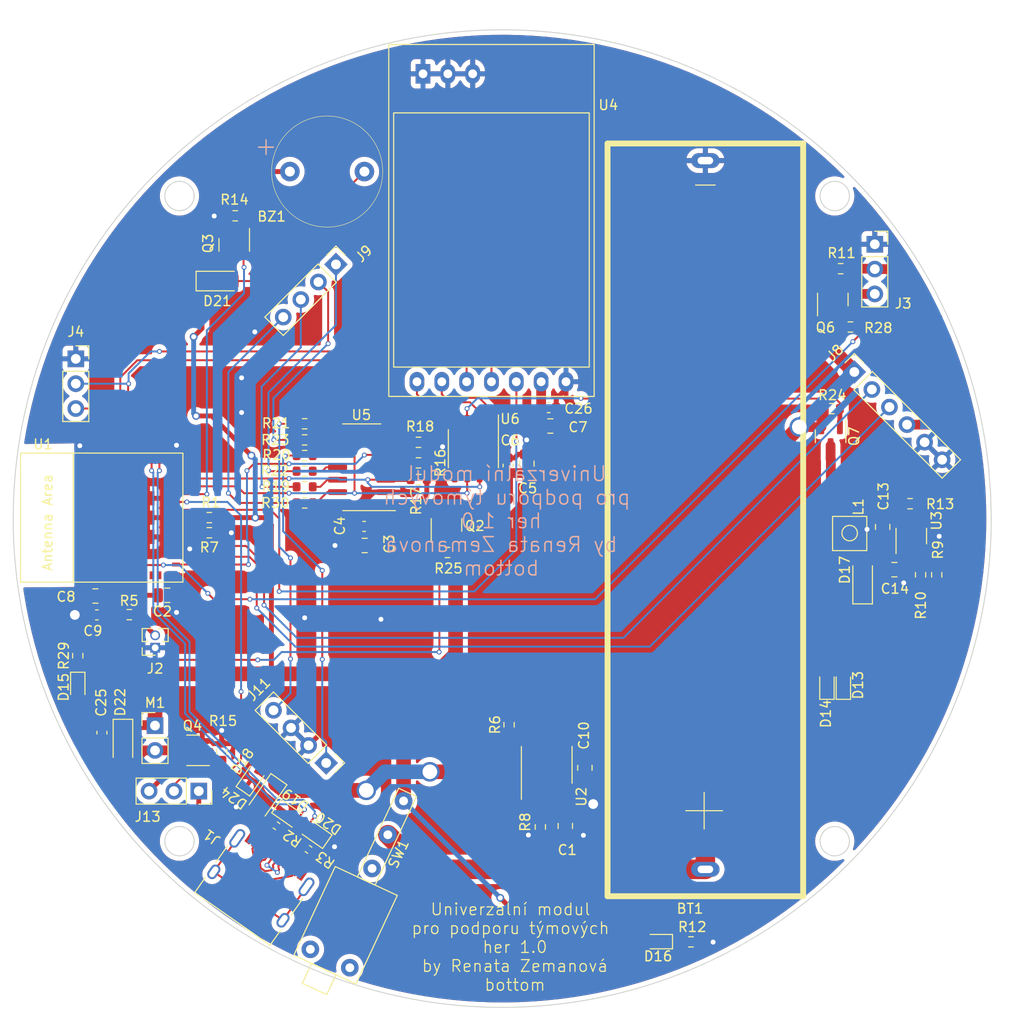
<source format=kicad_pcb>
(kicad_pcb (version 20211014) (generator pcbnew)
  (layers (0 "F.Cu" signal) (31 "B.Cu" signal) (34 "B.Paste" user) (35 "F.Paste" user) (36 "B.SilkS" user "B.Silkscreen") (37 "F.SilkS" user "F.Silkscreen") (38 "B.Mask" user) (39 "F.Mask" user) (44 "Edge.Cuts" user))
  (net 0 "")
  (net 1 "Board_0-+3V3")
  (net 2 "Board_0-+5V")
  (net 3 "Board_0-3V3_SWITCHED")
  (net 4 "Board_0-3V3_SWITCHED_LED")
  (net 5 "Board_0-AUX_LoRa")
  (net 6 "Board_0-BTN_DOWN_B")
  (net 7 "Board_0-BTN_ENTER_B")
  (net 8 "Board_0-BTN_LEFT_B")
  (net 9 "Board_0-BTN_RIGHT_B")
  (net 10 "Board_0-BTN_UP_B")
  (net 11 "Board_0-CHANGE")
  (net 12 "Board_0-D+")
  (net 13 "Board_0-D-")
  (net 14 "Board_0-DATA_LED")
  (net 15 "Board_0-DATA_LED_SIDE")
  (net 16 "Board_0-GND")
  (net 17 "Board_0-GUARD_B")
  (net 18 "Board_0-LED_1")
  (net 19 "Board_0-M0_LoRa")
  (net 20 "Board_0-M1_LoRa")
  (net 21 "Board_0-MOTOR")
  (net 22 "Board_0-MOTOR_1")
  (net 23 "Board_0-Net-(BT1-Pad1)")
  (net 24 "Board_0-Net-(BZ1-Pad2)")
  (net 25 "Board_0-Net-(C2-Pad1)")
  (net 26 "Board_0-Net-(C25-Pad2)")
  (net 27 "Board_0-Net-(D13-Pad1)")
  (net 28 "Board_0-Net-(D13-Pad2)")
  (net 29 "Board_0-Net-(D14-Pad1)")
  (net 30 "Board_0-Net-(D15-Pad1)")
  (net 31 "Board_0-Net-(D16-Pad1)")
  (net 32 "Board_0-Net-(D17-Pad2)")
  (net 33 "Board_0-Net-(D24-Pad2)")
  (net 34 "Board_0-Net-(J1-PadA5)")
  (net 35 "Board_0-Net-(J1-PadB5)")
  (net 36 "Board_0-Net-(J3-Pad3)")
  (net 37 "Board_0-Net-(Q2-Pad1)")
  (net 38 "Board_0-Net-(Q6-Pad2)")
  (net 39 "Board_0-Net-(Q7-Pad1)")
  (net 40 "Board_0-Net-(R10-Pad1)")
  (net 41 "Board_0-Net-(R13-Pad2)")
  (net 42 "Board_0-Net-(R16-Pad2)")
  (net 43 "Board_0-Net-(R19-Pad1)")
  (net 44 "Board_0-Net-(R20-Pad1)")
  (net 45 "Board_0-Net-(R21-Pad2)")
  (net 46 "Board_0-Net-(R22-Pad1)")
  (net 47 "Board_0-Net-(R23-Pad1)")
  (net 48 "Board_0-Net-(R30-Pad1)")
  (net 49 "Board_0-Net-(R8-Pad1)")
  (net 50 "Board_0-PHOTOTRANZISTOR_B")
  (net 51 "Board_0-PIEZO")
  (net 52 "Board_0-PWR_LED")
  (net 53 "Board_0-RX_LoRa")
  (net 54 "Board_0-SCL")
  (net 55 "Board_0-SDA")
  (net 56 "Board_0-TX_LoRa")
  (net 57 "Board_0-U_BAT_ADC")
  (net 58 "Board_0-unconnected-(J1-PadA8)")
  (net 59 "Board_0-unconnected-(J1-PadB8)")
  (net 60 "Board_0-unconnected-(J1-PadS1)")
  (net 61 "Board_0-unconnected-(SW1-Pad1)")
  (net 62 "Board_0-unconnected-(U5-Pad7)")
  (net 63 "Board_0-unconnected-(U6-Pad5)")
  (footprint "Resistor_SMD:R_0603_1608Metric" (layer "F.Cu") (at 183.092352 44.433676 180)
    (fp_text reference "R11")
    (fp_text value "10k")
  )
  (footprint "Library:PIEZO" (layer "F.Cu") (at 130.592352 34.496176 90)
    (fp_text reference "BZ1")
    (fp_text value "Buzzer")
  )
  (footprint "Connector_PinSocket_2.54mm:PinSocket_1x03_P2.54mm_Vertical" (layer "F.Cu") (at 104.892352 53.656176)
    (fp_text reference "J4")
    (fp_text value "Conn_01x03_Male")
  )
  (footprint "Connector_PinSocket_2.54mm:PinSocket_1x03_P2.54mm_Vertical" (layer "F.Cu") (at 186.584972 41.933676)
    (fp_text reference "J3")
    (fp_text value "Conn_01x03_Male")
  )
  (footprint "Resistor_SMD:R_0603_1608Metric" (layer "F.Cu") (at 167.792352 113.296176)
    (fp_text reference "R12")
    (fp_text value "1k")
  )
  (footprint "LED_SMD:LED_0603_1608Metric" (layer "F.Cu") (at 183.372352 86.996176 90)
    (fp_text reference "D13")
    (fp_text value "Green")
  )
  (footprint "LED_SMD:LED_0603_1608Metric" (layer "F.Cu") (at 105.092352 87.196176 -90)
    (fp_text reference "D15")
    (fp_text value "Green")
  )
  (footprint "Resistor_SMD:R_0603_1608Metric" (layer "F.Cu") (at 119.813542 93.843676 90)
    (fp_text reference "R15")
    (fp_text value "100k")
  )
  (footprint "Connector_PinSocket_1.27mm:PinSocket_1x02_P1.27mm_Vertical" (layer "F.Cu") (at 113.009097 83.208658 180)
    (fp_text reference "J2")
    (fp_text value "Conn_01x02_Female")
  )
  (footprint "Resistor_SMD:R_0603_1608Metric" (layer "F.Cu") (at 152.392352 101.536176 -90)
    (fp_text reference "R8")
    (fp_text value "1k2")
  )
  (footprint "Package_SO:SOP-8_3.76x4.96mm_P1.27mm" (layer "F.Cu") (at 153.042352 95.186176 90)
    (fp_text reference "U2")
    (fp_text value "CN3058E")
  )
  (footprint "Resistor_SMD:R_0603_1608Metric" (layer "F.Cu") (at 139.929852 64.296176 180)
    (fp_text reference "R16")
    (fp_text value "10k")
  )
  (footprint "Capacitor_SMD:C_0805_2012Metric" (layer "F.Cu") (at 187.392352 70.846176 -90)
    (fp_text reference "C13")
    (fp_text value "4u7")
  )
  (footprint "Diode_SMD:D_SOD-123" (layer "F.Cu") (at 119.442352 45.696176)
    (fp_text reference "D21")
    (fp_text value "D_Schottky")
  )
  (footprint "Resistor_SMD:R_0603_1608Metric" (layer "F.Cu") (at 128.292352 65.146176 180)
    (fp_text reference "R22")
    (fp_text value "10k")
  )
  (footprint "Connector_PinSocket_2.54mm:PinSocket_1x06_P2.54mm_Vertical" (layer "F.Cu") (at 184.492352 54.996176 45)
    (fp_text reference "J8")
    (fp_text value "Conn_01x06_Female")
  )
  (footprint "Capacitor_SMD:C_0603_1608Metric" (layer "F.Cu") (at 134.379138 70.796176 180)
    (fp_text reference "C4")
    (fp_text value "100n")
  )
  (footprint "Package_TO_SOT_SMD:SOT-23-5" (layer "F.Cu") (at 190.317352 71.783676 90)
    (fp_text reference "U3")
    (fp_text value "LT1930")
  )
  (footprint "Diode_SMD:D_SOD-323" (layer "F.Cu") (at 122.837753 96.664204 55)
    (fp_text reference "D18")
    (fp_text value "SD05_SOD323")
  )
  (footprint "Diode_SMD:D_SOD-123" (layer "F.Cu") (at 124.372416 98.495746 -125)
    (fp_text reference "D24")
    (fp_text value "D_Schottky")
  )
  (footprint "Capacitor_SMD:C_0603_1608Metric" (layer "F.Cu") (at 149.092352 64.566176 90)
    (fp_text reference "C6")
    (fp_text value "100n")
  )
  (footprint "Package_TO_SOT_SMD:SOT-23" (layer "F.Cu") (at 182.292352 47.583676 90)
    (fp_text reference "Q6")
    (fp_text value "Q_NMOS_GSD")
  )
  (footprint "Capacitor_SMD:C_0805_2012Metric" (layer "F.Cu") (at 188.592352 75.221176)
    (fp_text reference "C14")
    (fp_text value "10u")
  )
  (footprint "Capacitor_SMD:C_0805_2012Metric" (layer "F.Cu") (at 134.429138 72.746176 180)
    (fp_text reference "C3")
    (fp_text value "100u")
  )
  (footprint "Resistor_SMD:R_0603_1608Metric" (layer "F.Cu") (at 128.292352 68.396176 180)
    (fp_text reference "R30")
    (fp_text value "10k")
  )
  (footprint "Diode_SMD:D_SOD-323" (layer "F.Cu") (at 129.381505 102.186265 145)
    (fp_text reference "D20")
    (fp_text value "SD05_SOD323")
  )
  (footprint "Package_TO_SOT_SMD:SOT-23" (layer "F.Cu") (at 121.092352 41.996176 -90)
    (fp_text reference "Q3")
    (fp_text value "Q_NMOS_GSD")
  )
  (footprint "Resistor_SMD:R_0603_1608Metric" (layer "F.Cu") (at 118.542352 71.446176)
    (fp_text reference "R7")
    (fp_text value "10k")
  )
  (footprint "Diode_SMD:D_SOD-123" (layer "F.Cu") (at 109.713542 92.773676 -90)
    (fp_text reference "D22")
    (fp_text value "D_Schottky")
  )
  (footprint "Capacitor_SMD:C_0805_2012Metric" (layer "F.Cu") (at 106.89905 77.914137 180)
    (fp_text reference "C8")
    (fp_text value "10u")
  )
  (footprint "Package_TO_SOT_SMD:SOT-23" (layer "F.Cu") (at 116.883542 93.703676 180)
    (fp_text reference "Q4")
    (fp_text value "Q_NMOS_GSD")
  )
  (footprint "Resistor_SMD:R_0603_1608Metric" (layer "F.Cu") (at 110.364956 79.822513)
    (fp_text reference "R5")
    (fp_text value "10k")
  )
  (footprint "Resistor_SMD:R_0603_1608Metric" (layer "F.Cu") (at 139.954852 65.996176 180)
    (fp_text reference "R17")
    (fp_text value "10k")
  )
  (footprint "Library:ESP32-C3" (layer "F.Cu") (at 110.242352 69.896176 90)
    (fp_text reference "U1")
    (fp_text value "ESP32-C3")
  )
  (footprint "Capacitor_SMD:C_0603_1608Metric" (layer "F.Cu") (at 107.04905 79.847514 180)
    (fp_text reference "C9")
    (fp_text value "100n")
  )
  (footprint "Capacitor_SMD:C_0805_2012Metric" (layer "F.Cu") (at 114.254097 77.843658)
    (fp_text reference "C2")
    (fp_text value "1u")
  )
  (footprint "Library:battery_dock" (layer "F.Cu") (at 169.262352 69.626176 -90)
    (fp_text reference "BT1")
    (fp_text value "Battery_Cell")
  )
  (footprint "Capacitor_SMD:C_0805_2012Metric" (layer "F.Cu") (at 154.942352 101.436176 -90)
    (fp_text reference "C1")
    (fp_text value "4u7")
  )
  (footprint "Resistor_SMD:R_0603_1608Metric" (layer "F.Cu") (at 139.929852 62.196176 180)
    (fp_text reference "R18")
    (fp_text value "10k")
  )
  (footprint "Resistor_SMD:R_0603_1608Metric" (layer "F.Cu") (at 128.292352 60.296176)
    (fp_text reference "R21")
    (fp_text value "10k")
  )
  (footprint "Resistor_SMD:R_0402_1005Metric" (layer "F.Cu") (at 128.689024 103.83774 -35)
    (fp_text reference "R3")
    (fp_text value "5k1")
  )
  (footprint "Package_SO:SOIC-8_3.9x4.9mm_P1.27mm" (layer "F.Cu") (at 145.542352 62.846176 -90)
    (fp_text reference "U6")
    (fp_text value "PCA9536D")
  )
  (footprint "Resistor_SMD:R_0603_1608Metric" (layer "F.Cu") (at 105.092352 84.021176 90)
    (fp_text reference "R29")
    (fp_text value "1k")
  )
  (footprint "Capacitor_SMD:C_0603_1608Metric" (layer "F.Cu") (at 153.242352 58.646176)
    (fp_text reference "C26")
    (fp_text value "100n")
  )
  (footprint "Resistor_SMD:R_0603_1608Metric" (layer "F.Cu") (at 128.292352 63.546176 180)
    (fp_text reference "R20")
    (fp_text value "10k")
  )
  (footprint "Connector_PinHeader_2.54mm:PinHeader_1x04_P2.54mm_Vertical" (layer "F.Cu") (at 131.492352 43.996176 -45)
    (fp_text reference "J9")
    (fp_text value "Conn_01x04_Female")
  )
  (footprint "Resistor_SMD:R_0603_1608Metric" (layer "F.Cu") (at 128.292352 61.946176 180)
    (fp_text reference "R23")
    (fp_text value "10k")
  )
  (footprint "Connector_USB:USB_C_Receptacle_HRO_TYPE-C-31-M-12" (layer "F.Cu") (at 123.14269 107.748801 -35)
    (fp_text reference "J1")
    (fp_text value "USB_C_Receptacle_USB2.0")
  )
  (footprint "Resistor_SMD:R_0603_1608Metric" (layer "F.Cu") (at 118.542352 69.896176 180)
    (fp_text reference "R1")
    (fp_text value "47k")
  )
  (footprint "Diode_SMD:D_SOD-323" (layer "F.Cu") (at 126.637346 100.264784 -35)
    (fp_text reference "D19")
    (fp_text value "SD05_SOD323")
  )
  (footprint "Resistor_SMD:R_0603_1608Metric" (layer "F.Cu") (at 190.192352 68.471176)
    (fp_text reference "R13")
    (fp_text value "150k")
  )
  (footprint "Library:BTN_1101M2S2AV2QE2" (layer "F.Cu") (at 130.892352 114.996176 -25)
    (fp_text reference "SW1")
    (fp_text value "SW_SPDT")
  )
  (footprint "Resistor_SMD:R_0603_1608Metric" (layer "F.Cu") (at 128.291638 66.746176 180)
    (fp_text reference "R19")
    (fp_text value "10k")
  )
  (footprint "Capacitor_SMD:C_0805_2012Metric" (layer "F.Cu") (at 153.412352 60.526176)
    (fp_text reference "C7")
    (fp_text value "10u")
  )
  (footprint "LED_SMD:LED_0603_1608Metric" (layer "F.Cu") (at 164.417352 113.271176 180)
    (fp_text reference "D16")
    (fp_text value "Green")
  )
  (footprint "Diode_SMD:D_SOD-123" (layer "F.Cu") (at 185.342352 76.471176 90)
    (fp_text reference "D17")
    (fp_text value "MBR0520")
  )
  (footprint "Resistor_SMD:R_0603_1608Metric" (layer "F.Cu") (at 192.917352 75.746176 90)
    (fp_text reference "R9")
    (fp_text value "39k")
  )
  (footprint "Connector_PinHeader_2.54mm:PinHeader_1x04_P2.54mm_Vertical" (layer "F.Cu") (at 130.492352 94.996176 -135)
    (fp_text reference "J11")
    (fp_text value "Conn_01x04_Female")
  )
  (footprint "Connector_PinHeader_2.54mm:PinHeader_1x02_P2.54mm_Vertical" (layer "F.Cu") (at 112.992352 91.171176)
    (fp_text reference "M1")
    (fp_text value "Motor_DC")
  )
  (footprint "Capacitor_SMD:C_0805_2012Metric" (layer "F.Cu") (at 151.012352 64.376176 90)
    (fp_text reference "C5")
    (fp_text value "10u")
  )
  (footprint "Resistor_SMD:R_0603_1608Metric" (layer "F.Cu") (at 191.267352 75.746176 -90)
    (fp_text reference "R10")
    (fp_text value "13k")
  )
  (footprint "Resistor_SMD:R_0603_1608Metric" (layer "F.Cu") (at 121.192352 39.021176 180)
    (fp_text reference "R14")
    (fp_text value "100k")
  )
  (footprint "Connector_PinSocket_2.54mm:PinSocket_1x03_P2.54mm_Vertical" (layer "F.Cu") (at 117.467352 97.871176 -90)
    (fp_text reference "J13")
    (fp_text value "Conn_01x03_Male")
  )
  (footprint "Package_TO_SOT_SMD:SOT-23" (layer "F.Cu") (at 182.067352 61.571176 -90)
    (fp_text reference "Q7")
    (fp_text value "Q_PMOS_GSD")
  )
  (footprint "Package_TO_SOT_SMD:SOT-23" (layer "F.Cu") (at 142.792352 70.646176 90)
    (fp_text reference "Q2")
    (fp_text value "Q_PMOS_GSD")
  )
  (footprint "Resistor_SMD:R_0603_1608Metric" (layer "F.Cu") (at 149.192352 91.086176 90)
    (fp_text reference "R6")
    (fp_text value "1k")
  )
  (footprint "Package_SO:SOIC-14_3.9x8.7mm_P1.27mm" (layer "F.Cu") (at 134.129852 64.746176 180)
    (fp_text reference "U5")
    (fp_text value "AT42QT1070-S")
  )
  (footprint "LED_SMD:LED_0603_1608Metric" (layer "F.Cu") (at 181.692352 86.996176 90)
    (fp_text reference "D14")
    (fp_text value "Red")
  )
  (footprint "Capacitor_SMD:C_0805_2012Metric" (layer "F.Cu") (at 156.942352 95.486176 -90)
    (fp_text reference "C10")
    (fp_text value "4u7")
  )
  (footprint "Library:L_CDRH3D18" (layer "F.Cu") (at 184.017352 71.521176)
    (fp_text reference "L1")
    (fp_text value "4u7")
  )
  (footprint "Resistor_SMD:R_0402_1005Metric" (layer "F.Cu") (at 125.408337 101.418502 145)
    (fp_text reference "R2")
    (fp_text value "5k1")
  )
  (footprint "Library:E22-900T22D" (layer "F.Cu") (at 147.392352 39.496176 180)
    (fp_text reference "U4")
    (fp_text value "E22-900T22D")
  )
  (footprint "Resistor_SMD:R_0603_1608Metric" (layer "F.Cu") (at 182.192352 58.746176 180)
    (fp_text reference "R24")
    (fp_text value "100k")
  )
  (footprint "Resistor_SMD:R_0603_1608Metric" (layer "F.Cu") (at 184.092352 50.396176 180)
    (fp_text reference "R28")
    (fp_text value "180R")
  )
  (footprint "Resistor_SMD:R_0603_1608Metric" (layer "F.Cu") (at 142.892352 73.466176)
    (fp_text reference "R25")
    (fp_text value "100k")
  )
  (footprint "Capacitor_SMD:C_0603_1608Metric" (layer "F.Cu") (at 107.563542 91.893676 -90)
    (fp_text reference "C25")
    (fp_text value "100n")
  )
  (gr_arc (start 183.985014 37.144355) (mid 180.994285 36.922044) (end 183.992352 36.996176) (layer "Edge.Cuts") (width 0.1))
  (gr_arc (start 183.985014 103.144355) (mid 180.994285 102.922044) (end 183.992352 102.996176) (layer "Edge.Cuts") (width 0.1))
  (gr_line (start 198.492352 69.996175) (end 198.492352 69.996175) (layer "Edge.Cuts") (width 0.1))
  (gr_line (start 116.985014 37.144355) (end 116.990516 37.070356) (layer "Edge.Cuts") (width 0.1))
  (gr_line (start 116.992352 36.996176) (end 116.992352 36.996176) (layer "Edge.Cuts") (width 0.1))
  (gr_line (start 183.990516 103.070356) (end 183.992352 102.996176) (layer "Edge.Cuts") (width 0.1))
  (gr_arc (start 116.985014 37.144355) (mid 113.994285 36.922044) (end 116.992352 36.996176) (layer "Edge.Cuts") (width 0.1))
  (gr_line (start 116.990516 37.070356) (end 116.992352 36.996176) (layer "Edge.Cuts") (width 0.1))
  (gr_line (start 183.992352 102.996176) (end 183.992352 102.996176) (layer "Edge.Cuts") (width 0.1))
  (gr_line (start 198.247784 65.056855) (end 198.431172 67.52349) (layer "Edge.Cuts") (width 0.1))
  (gr_line (start 116.992352 102.996176) (end 116.992352 102.996176) (layer "Edge.Cuts") (width 0.1))
  (gr_arc (start 116.985014 103.144355) (mid 113.994285 102.922044) (end 116.992352 102.996176) (layer "Edge.Cuts") (width 0.1))
  (gr_arc (start 198.492352 69.996175) (mid 98.62997 73.703313) (end 198.247784 65.056855) (layer "Edge.Cuts") (width 0.1))
  (gr_line (start 116.990516 103.070356) (end 116.992352 102.996176) (layer "Edge.Cuts") (width 0.1))
  (gr_line (start 183.985014 37.144355) (end 183.990516 37.070356) (layer "Edge.Cuts") (width 0.1))
  (gr_line (start 183.990516 37.070356) (end 183.992352 36.996176) (layer "Edge.Cuts") (width 0.1))
  (gr_line (start 183.985014 103.144355) (end 183.990516 103.070356) (layer "Edge.Cuts") (width 0.1))
  (gr_line (start 183.992352 36.996176) (end 183.992352 36.996176) (layer "Edge.Cuts") (width 0.1))
  (gr_line (start 198.431172 67.52349) (end 198.492352 69.996175) (layer "Edge.Cuts") (width 0.1))
  (gr_line (start 116.985014 103.144355) (end 116.990516 103.070356) (layer "Edge.Cuts") (width 0.1))
  (gr_text "Univerzální modul \npro podporu týmových \nher 1.0\nby Renata Zemanová\nbottom\n\n" (at 148.392352 71.446176) (layer "B.SilkS") (effects (font (size 1.5 1.5)) (justify mirror)))
  (gr_text "Univerzální modul \npro podporu týmových \nher 1.0\nby Renata Zemanová\nbottom\n\n" (at 149.792352 114.796176) (layer "F.SilkS") (effects (font (size 1.2 1.2) (thickness 0.12))))
  (segment (start 117.192352 59.496176) (end 118.792352 59.496176) (width 0.5) (layer "F.Cu") (net 1))
  (segment (start 181.367352 59.571176) (end 181.117352 59.821176) (width 1) (layer "F.Cu") (net 1))
  (segment (start 124.772352 85.876176) (end 138.412352 85.876176) (width 1.5) (layer "F.Cu") (net 1))
  (segment (start 117.792352 50.546176) (end 116.942352 51.396176) (width 0.5) (layer "F.Cu") (net 1))
  (segment (start 112.944852 91.123676) (end 112.992352 91.171176) (width 1) (layer "F.Cu") (net 1))
  (segment (start 124.322352 85.876176) (end 124.772352 85.876176) (width 1.5) (layer "F.Cu") (net 1))
  (segment (start 107.842352 77.907439) (end 107.84905 77.914137) (width 0.5) (layer "F.Cu") (net 1))
  (segment (start 143.722352 83.866176) (end 141.712352 85.876176) (width 1.5) (layer "F.Cu") (net 1))
  (segment (start 118.792352 59.496176) (end 122.842352 63.546176) (width 0.5) (layer "F.Cu") (net 1))
  (segment (start 181.342352 48.521176) (end 181.342352 51.846176) (width 1.5) (layer "F.Cu") (net 1))
  (segment (start 143.722352 80.316176) (end 143.722352 73.471176) (width 1.5) (layer "F.Cu") (net 1))
  (segment (start 148.292352 108.796176) (end 152.767352 113.271176) (width 0.5) (layer "F.Cu") (net 1))
  (segment (start 181.117352 60.633676) (end 181.117352 59.821176) (width 1) (layer "F.Cu") (net 1))
  (segment (start 107.82405 84.127874) (end 107.82405 79.847514) (width 1.5) (layer "F.Cu") (net 1))
  (segment (start 112.992352 91.171176) (end 112.992352 86.096176) (width 1.5) (layer "F.Cu") (net 1))
  (segment (start 143.717352 71.608676) (end 143.742352 71.583676) (width 1) (layer "F.Cu") (net 1))
  (segment (start 138.406505 98.882024) (end 138.406505 85.882023) (width 1.5) (layer "F.Cu") (net 1))
  (segment (start 107.842352 75.796176) (end 107.842352 77.907439) (width 0.5) (layer "F.Cu") (net 1))
  (segment (start 178.867352 60.621176) (end 159.172352 80.316176) (width 1.5) (layer "F.Cu") (net 1))
  (segment (start 124.772352 85.876176) (end 124.892352 85.756176) (width 0.5) (layer "F.Cu") (net 1))
  (segment (start 112.992352 86.096176) (end 112.772352 85.876176) (width 1.5) (layer "F.Cu") (net 1))
  (segment (start 107.563542 91.118676) (end 109.708542 91.118676) (width 1) (layer "F.Cu") (net 1))
  (segment (start 107.82405 79.847514) (end 107.82405 77.939137) (width 1) (layer "F.Cu") (net 1))
  (segment (start 152.767352 113.271176) (end 163.629852 113.271176) (width 0.5) (layer "F.Cu") (net 1))
  (segment (start 122.092352 34.496176) (end 117.792352 38.796176) (width 0.5) (layer "F.Cu") (net 1))
  (segment (start 178.879852 60.633676) (end 178.867352 60.621176) (width 1) (layer "F.Cu") (net 1))
  (segment (start 122.392352 69.896176) (end 123.242352 69.896176) (width 0.5) (layer "F.Cu") (net 1))
  (segment (start 119.367352 69.896176) (end 122.392352 69.896176) (width 0.5) (layer "F.Cu") (net 1))
  (segment (start 117.792352 45.696176) (end 117.792352 50.546176) (width 0.5) (layer "F.Cu") (net 1))
  (segment (start 107.82405 77.939137) (end 107.84905 77.914137) (width 1) (layer "F.Cu") (net 1))
  (segment (start 181.342352 51.846176) (end 184.492352 54.996176) (width 1.5) (layer "F.Cu") (net 1))
  (segment (start 143.717352 73.466176) (end 143.717352 71.608676) (width 1) (layer "F.Cu") (net 1))
  (segment (start 138.406505 85.882023) (end 138.412352 85.876176) (width 1.5) (layer "F.Cu") (net 1))
  (segment (start 126.782352 34.496176) (end 122.092352 34.496176) (width 0.5) (layer "F.Cu") (net 1))
  (segment (start 117.792352 38.796176) (end 117.792352 45.696176) (width 0.5) (layer "F.Cu") (net 1))
  (segment (start 181.117352 60.633676) (end 178.879852 60.633676) (width 1) (layer "F.Cu") (net 1))
  (segment (start 109.572352 85.876176) (end 107.82405 84.127874) (width 1.5) (layer "F.Cu") (net 1))
  (segment (start 112.772352 85.876176) (end 124.322352 85.876176) (width 1.5) (layer "F.Cu") (net 1))
  (segment (start 112.772352 85.876176) (end 109.572352 85.876176) (width 1.5) (layer "F.Cu") (net 1))
  (segment (start 124.892352 85.756176) (end 124.892352 70.646176) (width 0.5) (layer "F.Cu") (net 1))
  (segment (start 143.722352 73.471176) (end 143.717352 73.466176) (width 1.5) (layer "F.Cu") (net 1))
  (segment (start 109.708542 91.118676) (end 109.713542 91.123676) (width 1) (layer "F.Cu") (net 1))
  (segment (start 143.722352 80.316176) (end 143.722352 83.866176) (width 1.5) (layer "F.Cu") (net 1))
  (segment (start 109.539956 79.822513) (end 107.849051 79.822513) (width 0.5) (layer "F.Cu") (net 1))
  (segment (start 181.367352 58.746176) (end 181.367352 59.571176) (width 1) (layer "F.Cu") (net 1))
  (segment (start 159.172352 80.316176) (end 143.722352 80.316176) (width 1.5) (layer "F.Cu") (net 1))
  (segment (start 124.892352 70.646176) (end 124.142352 69.896176) (width 0.5) (layer "F.Cu") (net 1))
  (segment (start 109.713542 91.123676) (end 112.944852 91.123676) (width 1) (layer "F.Cu") (net 1))
  (segment (start 141.712352 85.876176) (end 138.412352 85.876176) (width 1.5) (layer "F.Cu") (net 1))
  (segment (start 124.142352 69.896176) (end 123.242352 69.896176) (width 0.5) (layer "F.Cu") (net 1))
  (via (at 117.192352 59.496176) (size 0.8) (drill 0.5) (layers "F.Cu" "B.Cu") (net 1))
  (via (at 116.942352 51.396176) (size 0.8) (drill 0.5) (layers "F.Cu" "B.Cu") (net 1))
  (via (at 148.292352 108.796176) (size 0.8) (drill 0.5) (layers "F.Cu" "B.Cu") (net 1))
  (via (at 122.842352 63.546176) (size 0.8) (drill 0.5) (layers "F.Cu" "B.Cu") (net 1))
  (via (at 123.242352 69.896176) (size 0.8) (drill 0.5) (layers "F.Cu" "B.Cu") (net 1))
  (via (at 178.867352 60.621176) (size 2) (drill 1.5) (layers "F.Cu" "B.Cu") (net 1))
  (segment (start 148.292352 108.796176) (end 138.406505 98.910329) (width 0.5) (layer "B.Cu") (net 1))
  (segment (start 122.842352 63.546176) (end 123.242352 63.946176) (width 0.5) (layer "B.Cu") (net 1))
  (segment (start 182.042352 57.446176) (end 178.867352 60.621176) (width 1.5) (layer "B.Cu") (net 1))
  (segment (start 184.492352 54.996176) (end 182.042352 57.446176) (width 1.5) (layer "B.Cu") (net 1))
  (segment (start 116.942352 51.396176) (end 116.942352 59.246176) (width 0.5) (layer "B.Cu") (net 1))
  (segment (start 116.942352 59.246176) (end 117.192352 59.496176) (width 0.5) (layer "B.Cu") (net 1))
  (segment (start 123.242352 63.946176) (end 123.242352 69.896176) (width 0.5) (layer "B.Cu") (net 1))
  (segment (start 149.192352 91.911176) (end 149.192352 95.796176) (width 1) (layer "F.Cu") (net 2))
  (segment (start 123.440008 95.804095) (end 125.318817 97.144147) (width 0.5) (layer "F.Cu") (net 2))
  (segment (start 154.947352 97.723676) (end 154.947352 100.481176) (width 1) (layer "F.Cu") (net 2))
  (segment (start 154.947352 97.723676) (end 154.947352 96.351176) (width 1) (layer "F.Cu") (net 2))
  (segment (start 125.318817 97.144145) (end 126.292352 97.896176) (width 1.5) (layer "F.Cu") (net 2))
  (segment (start 154.947352 96.351176) (end 154.492352 95.896176) (width 1) (layer "F.Cu") (net 2))
  (segment (start 151.692352 95.896176) (end 149.292352 95.896176) (width 1) (layer "F.Cu") (net 2))
  (segment (start 149.192352 95.796176) (end 149.292352 95.896176) (width 1) (layer "F.Cu") (net 2))
  (segment (start 154.492352 95.896176) (end 151.692352 95.896176) (width 1) (layer "F.Cu") (net 2))
  (segment (start 141.092352 95.896176) (end 149.092352 95.896176) (width 1.5) (layer "F.Cu") (net 2))
  (segment (start 149.092352 95.896176) (end 149.192352 95.796176) (width 1.5) (layer "F.Cu") (net 2))
  (segment (start 126.292352 97.896176) (end 129.092352 97.796176) (width 1.5) (layer "F.Cu") (net 2))
  (segment (start 129.092352 97.796176) (end 134.592352 97.796176) (width 1.5) (layer "F.Cu") (net 2))
  (segment (start 154.947352 100.481176) (end 154.942352 100.486176) (width 1) (layer "F.Cu") (net 2))
  (via (at 134.592352 97.796176) (size 2) (drill 1.5) (layers "F.Cu" "B.Cu") (net 2))
  (via (at 141.092352 95.896176) (size 2) (drill 1.5) (layers "F.Cu" "B.Cu") (net 2))
  (segment (start 136.492352 95.896176) (end 141.092352 95.896176) (width 1.5) (layer "B.Cu") (net 2))
  (segment (start 134.592352 97.796176) (end 136.492352 95.896176) (width 1.5) (layer "B.Cu") (net 2))
  (segment (start 140.779852 67.508676) (end 140.779852 65.996176) (width 0.5) (layer "F.Cu") (net 3))
  (segment (start 149.092352 65.341176) (end 147.467352 65.341176) (width 1) (layer "F.Cu") (net 3))
  (segment (start 135.444852 68.556176) (end 135.154138 68.84689) (width 0.5) (layer "F.Cu") (net 3))
  (segment (start 139.732352 68.556176) (end 140.779852 67.508676) (width 0.5) (layer "F.Cu") (net 3))
  (segment (start 140.754852 64.296176) (end 140.754852 65.971176) (width 0.5) (layer "F.Cu") (net 3))
  (segment (start 152.467352 60.521176) (end 152.462352 60.526176) (width 1) (layer "F.Cu") (net 3))
  (segment (start 149.092352 68.046176) (end 147.429852 69.708676) (width 1) (layer "F.Cu") (net 3))
  (segment (start 152.472352 58.641176) (end 152.467352 58.646176) (width 1) (layer "F.Cu") (net 3))
  (segment (start 140.754852 62.196176) (end 140.754852 64.296176) (width 0.5) (layer "F.Cu") (net 3))
  (segment (start 152.472352 55.996176) (end 152.472352 58.641176) (width 1) (layer "F.Cu") (net 3))
  (segment (start 142.792352 69.708676) (end 140.879852 69.708676) (width 1) (layer "F.Cu") (net 3))
  (segment (start 147.429852 69.708676) (end 142.792352 69.708676) (width 1) (layer "F.Cu") (net 3))
  (segment (start 135.379138 71.670462) (end 135.379138 72.746176) (width 0.5) (layer "F.Cu") (net 3))
  (segment (start 152.462352 64.626176) (end 151.762352 65.326176) (width 1) (layer "F.Cu") (net 3))
  (segment (start 149.092352 65.341176) (end 149.092352 68.046176) (width 1) (layer "F.Cu") (net 3))
  (segment (start 135.154138 70.796176) (end 135.154138 71.445462) (width 0.5) (layer "F.Cu") (net 3))
  (segment (start 152.462352 60.526176) (end 152.462352 64.466176) (width 1) (layer "F.Cu") (net 3))
  (segment (start 135.154138 68.84689) (end 135.154138 70.796176) (width 0.5) (layer "F.Cu") (net 3))
  (segment (start 152.467352 58.646176) (end 152.467352 60.521176) (width 1) (layer "F.Cu") (net 3))
  (segment (start 137.842352 72.746176) (end 135.379138 72.746176) (width 1) (layer "F.Cu") (net 3))
  (segment (start 136.604852 68.556176) (end 135.444852 68.556176) (width 0.5) (layer "F.Cu") (net 3))
  (segment (start 149.092352 65.341176) (end 150.997352 65.341176) (width 1) (layer "F.Cu") (net 3))
  (segment (start 147.467352 65.341176) (end 147.447352 65.321176) (width 1) (layer "F.Cu") (net 3))
  (segment (start 140.879852 69.708676) (end 137.842352 72.746176) (width 1) (layer "F.Cu") (net 3))
  (segment (start 151.762352 65.326176) (end 151.012352 65.326176) (width 1) (layer "F.Cu") (net 3))
  (segment (start 140.754852 65.971176) (end 140.779852 65.996176) (width 0.5) (layer "F.Cu") (net 3))
  (segment (start 152.462352 64.466176) (end 152.462352 64.626176) (width 1) (layer "F.Cu") (net 3))
  (segment (start 135.154138 71.445462) (end 135.379138 71.670462) (width 0.5) (layer "F.Cu") (net 3))
  (segment (start 136.604852 68.556176) (end 139.732352 68.556176) (width 0.5) (layer "F.Cu") (net 3))
  (segment (start 152.473852 64.477676) (end 152.462352 64.466176) (width 1) (layer "F.Cu") (net 3))
  (segment (start 150.997352 65.341176) (end 151.012352 65.326176) (width 1) (layer "F.Cu") (net 3))
  (segment (start 182.673852 67.177676) (end 182.092352 66.596176) (width 1) (layer "F.Cu") (net 4))
  (segment (start 189.367352 69.721176) (end 189.367352 68.471176) (width 1) (layer "F.Cu") (net 4))
  (segment (start 182.092352 66.596176) (end 182.092352 63.896176) (width 1) (layer "F.Cu") (net 4))
  (segment (start 182.067352 63.871176) (end 182.067352 62.508676) (width 1) (layer "F.Cu") (net 4))
  (segment (start 189.192352 69.896176) (end 189.367352 69.721176) (width 1) (layer "F.Cu") (net 4))
  (segment (start 189.367352 70.646176) (end 189.367352 69.721176) (width 1) (layer "F.Cu") (net 4))
  (segment (start 182.673852 70.177676) (end 184.660852 70.177676) (width 1) (layer "F.Cu") (net 4))
  (segment (start 187.392352 69.896176) (end 184.942352 69.896176) (width 1) (layer "F.Cu") (net 4))
  (segment (start 182.092352 63.896176) (end 182.067352 63.871176) (width 1) (layer "F.Cu") (net 4))
  (segment (start 182.673852 70.177676) (end 182.673852 67.177676) (width 1) (layer "F.Cu") (net 4))
  (segment (start 184.942352 69.896176) (end 184.660852 70.177676) (width 1) (layer "F.Cu") (net 4))
  (segment (start 187.392352 69.896176) (end 189.192352 69.896176) (width 1) (layer "F.Cu") (net 4))
  (segment (start 124.792352 69.096176) (end 115.142352 69.096176) (width 0.2) (layer "F.Cu") (net 5))
  (segment (start 149.942352 56.006176) (end 149.932352 55.996176) (width 0.2) (layer "F.Cu") (net 5))
  (segment (start 125.692352 69.996176) (end 124.792352 69.096176) (width 0.2) (layer "F.Cu") (net 5))
  (segment (start 149.942352 62.096176) (end 149.942352 56.006176) (width 0.2) (layer "F.Cu") (net 5))
  (segment (start 125.692352 77.446176) (end 125.692352 69.996176) (width 0.2) (layer "F.Cu") (net 5))
  (via (at 149.942352 62.096176) (size 0.5) (drill 0.3) (layers "F.Cu" "B.Cu") (net 5))
  (via (at 125.692352 77.446176) (size 0.5) (drill 0.3) (layers "F.Cu" "B.Cu") (net 5))
  (segment (start 149.932352 62.106176) (end 149.942352 62.096176) (width 0.2) (layer "B.Cu") (net 5))
  (segment (start 145.642352 77.446176) (end 149.932352 73.156176) (width 0.2) (layer "B.Cu") (net 5))
  (segment (start 149.932352 73.156176) (end 149.932352 62.106176) (width 0.2) (layer "B.Cu") (net 5))
  (segment (start 125.692352 77.446176) (end 145.642352 77.446176) (width 0.2) (layer "B.Cu") (net 5))
  (segment (start 130.092352 75.296176) (end 130.092352 84.396176) (width 0.2) (layer "F.Cu") (net 6))
  (segment (start 126.342352 63.546176) (end 126.292352 63.596176) (width 0.2) (layer "F.Cu") (net 6))
  (segment (start 127.467352 63.546176) (end 126.342352 63.546176) (width 0.2) (layer "F.Cu") (net 6))
  (via (at 130.092352 75.296176) (size 0.5) (drill 0.3) (layers "F.Cu" "B.Cu") (net 6))
  (via (at 130.092352 84.396176) (size 0.5) (drill 0.3) (layers "F.Cu" "B.Cu") (net 6))
  (via (at 126.292352 63.596176) (size 0.5) (drill 0.3) (layers "F.Cu" "B.Cu") (net 6))
  (segment (start 130.092352 84.396176) (end 130.092352 92.446176) (width 0.2) (layer "B.Cu") (net 6))
  (segment (start 126.092352 71.296176) (end 130.092352 75.296176) (width 0.2) (layer "B.Cu") (net 6))
  (segment (start 130.492352 92.846176) (end 130.092352 92.446176) (width 0.2) (layer "B.Cu") (net 6))
  (segment (start 126.292352 63.596176) (end 126.092352 63.796176) (width 0.2) (layer "B.Cu") (net 6))
  (segment (start 126.092352 63.796176) (end 126.092352 71.296176) (width 0.2) (layer "B.Cu") (net 6))
  (segment (start 130.492352 92.846176) (end 130.492352 94.996176) (width 0.2) (layer "B.Cu") (net 6))
  (segment (start 127.466638 66.746176) (end 123.942352 66.746176) (width 0.2) (layer "F.Cu") (net 7))
  (via (at 123.942352 66.746176) (size 0.5) (drill 0.3) (layers "F.Cu" "B.Cu") (net 7))
  (segment (start 123.892352 56.496176) (end 127.90025 52.488278) (width 0.2) (layer "B.Cu") (net 7))
  (segment (start 123.942352 66.746176) (end 123.892352 66.696176) (width 0.2) (layer "B.Cu") (net 7))
  (segment (start 123.892352 66.696176) (end 123.892352 56.496176) (width 0.2) (layer "B.Cu") (net 7))
  (segment (start 127.90025 52.488278) (end 127.90025 47.588278) (width 0.2) (layer "B.Cu") (net 7))
  (segment (start 126.842352 74.021176) (end 126.842352 84.346176) (width 0.2) (layer "F.Cu") (net 8))
  (segment (start 127.467352 60.296176) (end 125.692352 60.296176) (width 0.2) (layer "F.Cu") (net 8))
  (via (at 126.842352 84.346176) (size 0.5) (drill 0.3) (layers "F.Cu" "B.Cu") (net 8))
  (via (at 126.842352 74.021176) (size 0.5) (drill 0.3) (layers "F.Cu" "B.Cu") (net 8))
  (via (at 125.692352 60.296176) (size 0.5) (drill 0.3) (layers "F.Cu" "B.Cu") (net 8))
  (segment (start 125.692352 60.296176) (end 125.692352 72.871176) (width 0.2) (layer "B.Cu") (net 8))
  (segment (start 126.842352 86.846176) (end 126.842352 87.869868) (width 0.2) (layer "B.Cu") (net 8))
  (segment (start 126.842352 84.346176) (end 126.842352 86.846176) (width 0.2) (layer "B.Cu") (net 8))
  (segment (start 126.842352 87.869868) (end 125.104198 89.608022) (width 0.2) (layer "B.Cu") (net 8))
  (segment (start 125.692352 72.871176) (end 126.842352 74.021176) (width 0.2) (layer "B.Cu") (net 8))
  (segment (start 130.692352 52.096176) (end 130.692352 46.788278) (width 0.2) (layer "F.Cu") (net 9))
  (segment (start 130.692352 46.788278) (end 129.696301 45.792227) (width 0.2) (layer "F.Cu") (net 9))
  (segment (start 127.467352 61.946176) (end 125.142352 61.946176) (width 0.2) (layer "F.Cu") (net 9))
  (via (at 125.142352 61.946176) (size 0.5) (drill 0.3) (layers "F.Cu" "B.Cu") (net 9))
  (via (at 130.692352 52.096176) (size 0.5) (drill 0.3) (layers "F.Cu" "B.Cu") (net 9))
  (segment (start 125.142352 61.946176) (end 125.092352 61.896176) (width 0.2) (layer "B.Cu") (net 9))
  (segment (start 125.092352 61.896176) (end 125.092352 57.696176) (width 0.2) (layer "B.Cu") (net 9))
  (segment (start 125.092352 57.696176) (end 130.692352 52.096176) (width 0.2) (layer "B.Cu") (net 9))
  (segment (start 127.467352 65.146176) (end 124.642352 65.146176) (width 0.2) (layer "F.Cu") (net 10))
  (segment (start 124.642352 65.146176) (end 124.592352 65.096176) (width 0.2) (layer "F.Cu") (net 10))
  (via (at 124.592352 65.096176) (size 0.5) (drill 0.3) (layers "F.Cu" "B.Cu") (net 10))
  (segment (start 124.592352 65.096176) (end 124.592352 57.096176) (width 0.2) (layer "B.Cu") (net 10))
  (segment (start 124.592352 57.096176) (end 131.492352 50.196176) (width 0.2) (layer "B.Cu") (net 10))
  (segment (start 131.492352 50.196176) (end 131.492352 43.996176) (width 0.2) (layer "B.Cu") (net 10))
  (segment (start 134.412352 63.476176) (end 134.392352 63.496176) (width 0.2) (layer "F.Cu") (net 11))
  (segment (start 134.622352 63.476176) (end 134.412352 63.476176) (width 0.2) (layer "F.Cu") (net 11))
  (segment (start 123.092352 64.396176) (end 122.392352 65.096176) (width 0.2) (layer "F.Cu") (net 11))
  (segment (start 115.142352 74.696176) (end 122.542352 74.696176) (width 0.2) (layer "F.Cu") (net 11))
  (segment (start 134.622352 63.476176) (end 136.604852 63.476176) (width 0.2) (layer "F.Cu") (net 11))
  (segment (start 126.692352 64.396176) (end 123.092352 64.396176) (width 0.2) (layer "F.Cu") (net 11))
  (via (at 122.392352 65.096176) (size 0.5) (drill 0.3) (layers "F.Cu" "B.Cu") (net 11))
  (via (at 126.692352 64.396176) (size 0.5) (drill 0.3) (layers "F.Cu" "B.Cu") (net 11))
  (via (at 122.542352 74.696176) (size 0.5) (drill 0.3) (layers "F.Cu" "B.Cu") (net 11))
  (via (at 134.392352 63.496176) (size 0.5) (drill 0.3) (layers "F.Cu" "B.Cu") (net 11))
  (segment (start 134.392352 63.496176) (end 133.492352 64.396176) (width 0.2) (layer "B.Cu") (net 11))
  (segment (start 122.392352 72.196176) (end 122.542352 72.346176) (width 0.2) (layer "B.Cu") (net 11))
  (segment (start 122.392352 65.096176) (end 122.392352 72.196176) (width 0.2) (layer "B.Cu") (net 11))
  (segment (start 133.492352 64.396176) (end 126.692352 64.396176) (width 0.2) (layer "B.Cu") (net 11))
  (segment (start 122.542352 74.696176) (end 122.542352 72.346176) (width 0.2) (layer "B.Cu") (net 11))
  (segment (start 126.923879 101.68619) (end 126.955804 101.867247) (width 0.2) (layer "F.Cu") (net 12))
  (segment (start 127.497455 100.867039) (end 126.923879 101.68619) (width 0.2) (layer "F.Cu") (net 12))
  (segment (start 112.642352 63.996176) (end 112.642352 65.096176) (width 0.2) (layer "F.Cu") (net 12))
  (segment (start 125.601102 105.545409) (end 125.672319 105.949299) (width 0.2) (layer "F.Cu") (net 12))
  (segment (start 126.077171 104.865513) (end 125.601102 105.545409) (width 0.2) (layer "F.Cu") (net 12))
  (segment (start 127.497455 100.867039) (end 128.271783 99.761184) (width 0.2) (layer "F.Cu") (net 12))
  (segment (start 125.258018 104.291937) (end 124.44354 105.455132) (width 0.2) (layer "F.Cu") (net 12))
  (segment (start 125.672319 105.949299) (end 125.500246 106.195045) (width 0.2) (layer "F.Cu") (net 12))
  (segment (start 125.258018 104.291937) (end 126.955804 101.867247) (width 0.2) (layer "F.Cu") (net 12))
  (via (at 112.642352 65.096176) (size 0.5) (drill 0.3) (layers "F.Cu" "B.Cu") (net 12))
  (via (at 125.500246 106.195045) (size 0.5) (drill 0.3) (layers "F.Cu" "B.Cu") (net 12))
  (via (at 124.44354 105.455132) (size 0.5) (drill 0.3) (layers "F.Cu" "B.Cu") (net 12))
  (via (at 128.271783 99.761184) (size 0.5) (drill 0.3) (layers "F.Cu" "B.Cu") (net 12))
  (segment (start 124.44354 105.455132) (end 125.500246 106.195045) (width 0.2) (layer "B.Cu") (net 12))
  (segment (start 112.817351 79.539375) (end 116.067352 82.789376) (width 0.2) (layer "B.Cu") (net 12))
  (segment (start 125.349152 99.221176) (end 127.731775 99.221176) (width 0.2) (layer "B.Cu") (net 12))
  (segment (start 112.817351 65.271175) (end 112.817351 79.539375) (width 0.2) (layer "B.Cu") (net 12))
  (segment (start 127.731775 99.221176) (end 128.271783 99.761184) (width 0.2) (layer "B.Cu") (net 12))
  (segment (start 112.642352 65.096176) (end 112.817351 65.271175) (width 0.2) (layer "B.Cu") (net 12))
  (segment (start 116.067352 82.789376) (end 116.067352 89.939376) (width 0.2) (layer "B.Cu") (net 12))
  (segment (start 116.067352 89.939376) (end 125.349152 99.221176) (width 0.2) (layer "B.Cu") (net 12))
  (segment (start 113.442352 63.996176) (end 113.442352 65.096176) (width 0.2) (layer "F.Cu") (net 13))
  (segment (start 125.048132 105.46341) (end 125.089879 105.700172) (width 0.2) (layer "F.Cu") (net 13))
  (segment (start 123.806955 105.754063) (end 123.713635 105.224826) (width 0.2) (layer "F.Cu") (net 13))
  (segment (start 128.521396 101.584009) (end 129.324403 100.437196) (width 0.2) (layer "F.Cu") (net 13))
  (segment (start 126.940935 102.760206) (end 125.667594 104.578725) (width 0.2) (layer "F.Cu") (net 13))
  (segment (start 124.912071 105.954109) (end 124.257488 106.06953) (width 0.2) (layer "F.Cu") (net 13))
  (segment (start 125.089879 105.700172) (end 124.912071 105.954109) (width 0.2) (layer "F.Cu") (net 13))
  (segment (start 127.804425 102.60795) (end 126.940935 102.760206) (width 0.2) (layer "F.Cu") (net 13))
  (segment (start 125.667594 104.578725) (end 125.048132 105.46341) (width 0.2) (layer "F.Cu") (net 13))
  (segment (start 124.257488 106.06953) (end 123.806955 105.754063) (width 0.2) (layer "F.Cu") (net 13))
  (segment (start 124.223244 104.898023) (end 124.848442 104.005148) (width 0.2) (layer "F.Cu") (net 13))
  (segment (start 128.521396 101.584009) (end 127.804425 102.60795) (width 0.2) (layer "F.Cu") (net 13))
  (segment (start 123.902916 104.954505) (end 124.223244 104.898023) (width 0.2) (layer "F.Cu") (net 13))
  (segment (start 123.713635 105.224826) (end 123.902916 104.954505) (width 0.2) (layer "F.Cu") (net 13))
  (via (at 113.442352 65.096176) (size 0.5) (drill 0.3) (layers "F.Cu" "B.Cu") (net 13))
  (via (at 129.324403 100.437196) (size 0.5) (drill 0.3) (layers "F.Cu" "B.Cu") (net 13))
  (segment (start 116.517352 82.602976) (end 116.517352 89.752976) (width 0.2) (layer "B.Cu") (net 13))
  (segment (start 129.324403 99.928227) (end 129.324403 100.437196) (width 0.2) (layer "B.Cu") (net 13))
  (segment (start 116.517352 89.752976) (end 125.535552 98.771176) (width 0.2) (layer "B.Cu") (net 13))
  (segment (start 128.167352 98.771176) (end 129.324403 99.928227) (width 0.2) (layer "B.Cu") (net 13))
  (segment (start 113.267353 65.271175) (end 113.267353 79.352977) (width 0.2) (layer "B.Cu") (net 13))
  (segment (start 125.535552 98.771176) (end 128.167352 98.771176) (width 0.2) (layer "B.Cu") (net 13))
  (segment (start 113.267353 79.352977) (end 116.517352 82.602976) (width 0.2) (layer "B.Cu") (net 13))
  (segment (start 113.442352 65.096176) (end 113.267353 65.271175) (width 0.2) (layer "B.Cu") (net 13))
  (segment (start 122.292352 72.796176) (end 117.342352 72.796176) (width 0.2) (layer "F.Cu") (net 14))
  (segment (start 116.042352 71.496176) (end 115.142352 71.496176) (width 0.2) (layer "F.Cu") (net 14))
  (segment (start 124.142352 74.646176) (end 122.292352 72.796176) (width 0.2) (layer "F.Cu") (net 14))
  (segment (start 117.342352 72.796176) (end 116.042352 71.496176) (width 0.2) (layer "F.Cu") (net 14))
  (segment (start 124.142352 78.846176) (end 124.142352 74.646176) (width 0.2) (layer "F.Cu") (net 14))
  (via (at 124.142352 78.846176) (size 0.5) (drill 0.3) (layers "F.Cu" "B.Cu") (net 14))
  (segment (start 127.492352 82.196176) (end 160.892352 82.196176) (width 0.2) (layer "B.Cu") (net 14))
  (segment (start 186.288403 56.800125) (end 186.288403 56.792227) (width 0.2) (layer "B.Cu") (net 14))
  (segment (start 124.142352 78.846176) (end 127.492352 82.196176) (width 0.2) (layer "B.Cu") (net 14))
  (segment (start 160.892352 82.196176) (end 186.288403 56.800125) (width 0.2) (layer "B.Cu") (net 14))
  (segment (start 122.692352 78.246176) (end 118.992352 78.246176) (width 0.2) (layer "F.Cu") (net 15))
  (segment (start 110.242352 75.146176) (end 110.642352 74.746176) (width 0.2) (layer "F.Cu") (net 15))
  (segment (start 184.917352 51.321176) (end 184.342352 51.896176) (width 0.2) (layer "F.Cu") (net 15))
  (segment (start 110.242352 75.796176) (end 110.242352 75.146176) (width 0.2) (layer "F.Cu") (net 15))
  (segment (start 184.917352 50.396176) (end 184.917352 51.321176) (width 0.2) (layer "F.Cu") (net 15))
  (segment (start 118.992352 78.246176) (end 118.392352 77.646176) (width 0.2) (layer "F.Cu") (net 15))
  (segment (start 110.642352 74.746176) (end 113.842352 74.746176) (width 0.2) (layer "F.Cu") (net 15))
  (via (at 118.392352 77.646176) (size 0.5) (drill 0.3) (layers "F.Cu" "B.Cu") (net 15))
  (via (at 113.842352 74.746176) (size 0.5) (drill 0.3) (layers "F.Cu" "B.Cu") (net 15))
  (via (at 122.692352 78.246176) (size 0.5) (drill 0.3) (layers "F.Cu" "B.Cu") (net 15))
  (via (at 184.342352 51.896176) (size 0.5) (drill 0.3) (layers "F.Cu" "B.Cu") (net 15))
  (segment (start 113.842352 74.746176) (end 115.492352 74.746176) (width 0.2) (layer "B.Cu") (net 15))
  (segment (start 115.492352 74.746176) (end 118.392352 77.646176) (width 0.2) (layer "B.Cu") (net 15))
  (segment (start 157.992352 78.246176) (end 122.692352 78.246176) (width 0.2) (layer "B.Cu") (net 15))
  (segment (start 184.342352 51.896176) (end 157.992352 78.246176) (width 0.2) (layer "B.Cu") (net 15))
  (segment (start 105.94905 75.838611) (end 105.906615 75.796176) (width 0.5) (layer "F.Cu") (net 16))
  (segment (start 125.375733 100.235935) (end 125.777236 99.662528) (width 0.5) (layer "F.Cu") (net 16))
  (segment (start 110.242352 67.921176) (end 108.267352 67.921176) (width 0.5) (layer "F.Cu") (net 16))
  (segment (start 133.519852 68.556176) (end 134.119852 68.556176) (width 0.5) (layer "F.Cu") (net 16))
  (segment (start 168.617352 113.296176) (end 170.029852 113.296176) (width 0.5) (layer "F.Cu") (net 16))
  (segment (start 133.604138 70.796176) (end 133.604138 68.640462) (width 0.5) (layer "F.Cu") (net 16))
  (segment (start 108.267352 69.896176) (end 105.342352 69.896176) (width 0.5) (layer "F.Cu") (net 16))
  (segment (start 189.542352 74.671176) (end 190.317352 73.896176) (width 0.5) (layer "F.Cu") (net 16))
  (segment (start 170.029852 113.296176) (end 170.054852 113.321176) (width 0.5) (layer "F.Cu") (net 16))
  (segment (start 151.164852 102.368676) (end 151.157352 102.361176) (width 0.5) (layer "F.Cu") (net 16))
  (segment (start 134.119852 68.556176) (end 135.389852 67.286176) (width 0.5) (layer "F.Cu") (net 16))
  (segment (start 151.012352 61.966176) (end 150.992352 61.946176) (width 0.5) (layer "F.Cu") (net 16))
  (segment (start 105.342352 72.296176) (end 105.342352 73.096176) (width 0.5) (layer "F.Cu") (net 16))
  (segment (start 156.342352 102.386176) (end 156.782352 102.386176) (width 0.5) (layer "F.Cu") (net 16))
  (segment (start 125.42362 100.507518) (end 125.375733 100.235935) (width 0.5) (layer "F.Cu") (net 16))
  (segment (start 122.235498 97.524314) (end 123.503313 98.412047) (width 0.5) (layer "F.Cu") (net 16))
  (segment (start 105.94905 77.914137) (end 105.94905 75.838611) (width 0.5) (layer "F.Cu") (net 16))
  (segment (start 131.654852 68.556176) (end 133.519852 68.556176) (width 0.5) (layer "F.Cu") (net 16))
  (segment (start 133.479138 72.746176) (end 133.479138 71.74689) (width 0.5) (layer "F.Cu") (net 16))
  (segment (start 110.242352 69.896176) (end 110.242352 67.921176) (width 0.5) (layer "F.Cu") (net 16))
  (segment (start 108.267352 69.896176) (end 108.267352 71.871176) (width 0.5) (layer "F.Cu") (net 16))
  (segment (start 108.267352 69.896176) (end 110.242352 69.896176) (width 0.5) (layer "F.Cu") (net 16))
  (segment (start 110.242352 69.896176) (end 112.217352 69.896176) (width 0.5) (layer "F.Cu") (net 16))
  (segment (start 105.94905 78.988611) (end 105.94905 77.914137) (width 0.5) (layer "F.Cu") (net 16))
  (segment (start 156.942352 98.346176) (end 157.792352 99.196176) (width 1) (layer "F.Cu") (net 16))
  (segment (start 154.917352 102.361176) (end 154.942352 102.386176) (width 0.5) (layer "F.Cu") (net 16))
  (segment (start 128.613517 104.834735) (end 129.106791 104.130265) (width 0.5) (layer "F.Cu") (net 16))
  (segment (start 119.367352 71.446176) (end 120.792352 71.446176) (width 0.5) (layer "F.Cu") (net 16))
  (segment (start 121.207412 98.992572) (end 122.235498 97.524314) (width 0.5) (layer "F.Cu") (net 16))
  (segment (start 105.092352 81.596176) (end 104.792352 81.296176) (width 0.5) (layer "F.Cu") (net 16))
  (segment (start 105.342352 73.096176) (end 105.342352 73.896176) (width 0.5) (layer "F.Cu") (net 16))
  (segment (start 152.392352 102.361176) (end 153.667352 102.361176) (width 0.5) (layer "F.Cu") (net 16))
  (segment (start 105.342352 67.496176) (end 105.342352 68.296176) (width 0.5) (layer "F.Cu") (net 16))
  (segment (start 118.984852 93.018676) (end 119.813542 93.018676) (width 0.5) (layer "F.Cu") (net 16))
  (segment (start 115.142352 75.796176) (end 115.192352 75.846176) (width 0.5) (layer "F.Cu") (net 16))
  (segment (start 105.342352 63.996176) (end 105.292352 63.946176) (width 0.5) (layer "F.Cu") (net 16))
  (segment (start 106.27405 79.313611) (end 105.94905 78.988611) (width 0.5) (layer "F.Cu") (net 16))
  (segment (start 115.142352 73.096176) (end 116.542352 73.096176) (width 0.5) (layer "F.Cu") (net 16))
  (segment (start 130.241615 102.78852) (end 129.668039 103.607672) (width 0.5) (layer "F.Cu") (net 16))
  (segment (start 191.267352 76.571176) (end 189.542352 76.571176) (width 0.5) (layer "F.Cu") (net 16))
  (segment (start 106.27405 79.847514) (end 104.79369 79.847514) (width 1) (layer "F.Cu") (net 16))
  (segment (start 123.257876 101.255584) (end 121.373826 99.936358) (width 0.5) (layer "F.Cu") (net 16))
  (segment (start 151.137352 102.341176) (end 151.157352 102.361176) (width 0.5) (layer "F.Cu") (net 16))
  (segment (start 151.012352 63.426176) (end 151.012352 61.966176) (width 0.5) (layer "F.Cu") (net 16))
  (segment (start 153.667352 102.361176) (end 154.917352 102.361176) (width 0.5) (layer "F.Cu") (net 16))
  (segment (start 120.367352 39.021176) (end 119.067352 39.021176) (width 0.5) (layer "F.Cu") (net 16))
  (segment (start 136.604852 67.286176) (end 135.389852 67.286176) (width 0.5) (layer "F.Cu") (net 16))
  (segment (start 186.492352 71.796176) (end 185.792352 71.096176) (width 0.5) (layer "F.Cu") (net 16))
  (segment (start 150.112352 63.426176) (end 151.012352 63.426176) (width 0.5) (layer "F.Cu") (net 16))
  (segment (start 154.362352 59.666176) (end 154.362352 60.526176) (width 0.5) (layer "F.Cu") (net 16))
  (segment (start 128.72157 105.447537) (end 128.613517 104.834735) (width 0.5) (layer "F.Cu") (net 16))
  (segment (start 114.492352 73.096176) (end 113.267352 71.871176) (width 0.5) (layer "F.Cu") (net 16))
  (segment (start 123.893187 98.343302) (end 125.777236 99.662528) (width 0.5) (layer "F.Cu") (net 16))
  (segment (start 133.479138 72.746176) (end 131.392352 72.746176) (width 0.5) (layer "F.Cu") (net 16))
  (segment (start 105.342352 65.896176) (end 105.342352 66.696176) (width 0.5) (layer "F.Cu") (net 16))
  (segment (start 114.242352 75.796176) (end 115.142352 75.796176) (width 0.5) (layer "F.Cu") (net 16))
  (segment (start 149.092352 63.791176) (end 149.747352 63.791176) (width 0.5) (layer "F.Cu") (net 16))
  (segment (start 129.445202 103.646965) (end 129.668039 103.607672) (width 0.5) (layer "F.Cu") (net 16))
  (segment (start 187.392352 71.796176) (end 186.492352 71.796176) (width 0.5) (layer "F.Cu") (net 16))
  (segment (start 133.604138 71.62189) (end 133.479138 71.74689) (width 0.5) (layer "F.Cu") (net 16))
  (segment (start 190.317352 71.901176) (end 190.422352 71.796176) (width 0.5) (layer "F.Cu") (net 16))
  (segment (start 187.392352 71.796176) (end 190.422352 71.796176) (width 0.5) (layer "F.Cu") (net 16))
  (segment (start 110.242352 69.896176) (end 110.242352 71.871176) (width 0.5) (layer "F.Cu") (net 16))
  (segment (start 143.637352 61.401176) (end 142.392352 62.646176) (width 0.5) (layer "F.Cu") (net 16))
  (segment (start 151.167352 102.368676) (end 151.164852 102.368676) (width 0.5) (layer "F.Cu") (net 16))
  (segment (start 120.367352 39.871176) (end 120.142352 40.096176) (width 0.5) (layer "F.Cu") (net 16))
  (segment (start 104.792352 79.846176) (end 104.792352 81.296176) (width 0.5) (layer "F.Cu") (net 16))
  (segment (start 105.342352 66.696176) (end 105.342352 67.496176) (width 0.5) (layer "F.Cu") (net 16))
  (segment (start 124.99057 101.125978) (end 125.42362 100.507518) (width 0.5) (layer "F.Cu") (net 16))
  (segment (start 129.106791 104.130264) (end 129.445202 103.646965) (width 0.5) (layer "F.Cu") (net 16))
  (segment (start 123.351195 101.784822) (end 123.257876 101.255584) (width 0.5) (layer "F.Cu") (net 16))
  (segment (start 115.204097 79.584431) (end 115.192352 79.596176) (width 0.5) (layer "F.Cu") (net 16))
  (segment (start 105.906615 75.796176) (end 105.342352 75.796176) (width 0.5) (layer "F.Cu") (net 16))
  (segment (start 133.604138 70.796176) (end 133.604138 71.62189) (width 0.5) (layer "F.Cu") (net 16))
  (segment (start 156.782352 102.386176) (end 156.792352 102.396176) (width 0.5) (layer "F.Cu") (net 16))
  (segment (start 189.542352 75.221176) (end 189.542352 74.671176) (width 0.5) (layer "F.Cu") (net 16))
  (segment (start 105.342352 68.296176) (end 105.342352 69.096176) (width 0.5) (layer "F.Cu") (net 16))
  (segment (start 105.342352 75.796176) (end 105.292352 75.846176) (width 0.5) (layer "F.Cu") (net 16))
  (segment (start 113.267352 71.871176) (end 112.217352 71.871176) (width 0.5) (layer "F.Cu") (net 16))
  (segment (start 119.067352 39.021176) (end 119.042352 39.046176) (width 0.5) (layer "F.Cu") (net 16))
  (segment (start 105.092352 83.196176) (end 105.092352 81.596176) (width 0.5) (layer "F.Cu") (net 16))
  (segment (start 112.217352 67.921176) (end 112.217352 69.896176) (width 0.5) (layer "F.Cu") (net 16))
  (segment (start 153.677352 102.351176) (end 153.667352 102.361176) (width 0.5) (layer "F.Cu") (net 16))
  (segment (start 130.241615 102.78852) (end 131.34747 103.562848) (width 0.5) (layer "F.Cu") (net 16))
  (segment (start 149.747352 63.791176) (end 150.112352 63.426176) (width 0.5) (layer "F.Cu") (net 16))
  (segment (start 105.342352 74.696176) (end 105.342352 75.796176) (width 0.5) (layer "F.Cu") (net 16))
  (segment (start 123.503313 98.412047) (end 123.893187 98.343302) (width 0.5) (layer "F.Cu") (net 16))
  (segment (start 155.012352 55.996176) (end 155.012352 56.726176) (width 0.5) (layer "F.Cu") (net 16))
  (segment (start 105.292352 63.946176) (end 105.292352 62.555403) (width 0.5) (layer "F.Cu") (net 16))
  (segment (start 120.142352 41.058676) (end 120.142352 40.096176) (width 0.5) (layer "F.Cu") (net 16))
  (segment (start 106.242352 75.796176) (end 107.042352 75.796176) (width 0.5) (layer "F.Cu") (net 16))
  (segment (start 112.217352 71.871176) (end 110.242352 71.871176) (width 0.5) (layer "F.Cu") (net 16))
  (segment (start 189.542352 75.221176) (end 189.542352 76.571176) (width 0.5) (layer "F.Cu") (net 16))
  (segment (start 143.637352 60.371176) (end 143.637352 61.401176) (width 0.5) (layer "F.Cu") (net 16))
  (segment (start 112.217352 69.896176) (end 112.217352 71.871176) (width 0.5) (layer "F.Cu") (net 16))
  (segment (start 128.125051 106.299455) (end 128.72157 105.447537) (width 0.5) (layer "F.Cu") (net 16))
  (segment (start 154.017352 59.321176) (end 154.362352 59.666176) (width 0.5) (layer "F.Cu") (net 16))
  (segment (start 115.192352 63.946176) (end 115.192352 62.496176) (width 0.5) (layer "F.Cu") (net 16))
  (segment (start 122.800562 102.571207) (end 123.351195 101.784822) (width 0.5) (layer "F.Cu") (net 16))
  (segment (start 105.342352 69.096176) (end 105.342352 69.896176) (width 0.5) (layer "F.Cu") (net 16))
  (segment (start 104.79369 79.847514) (end 104.792352 79.846176) (width 0.5) (layer "F.Cu") (net 16))
  (segment (start 193.162352 71.796176) (end 193.172352 71.806176) (width 0.5) (layer "F.Cu") (net 16))
  (segment (start 105.342352 65.096176) (end 105.342352 65.896176) (width 0.5) (layer "F.Cu") (net 16))
  (segment (start 190.422352 71.796176) (end 193.162352 71.796176) (width 0.5) (layer "F.Cu") (net 16))
  (segment (start 155.012352 56.726176) (end 154.017352 57.721176) (width 0.5) (layer "F.Cu") (net 16))
  (segment (start 105.342352 73.896176) (end 105.342352 74.696176) (width 0.5) (layer "F.Cu") (net 16))
  (segment (start 152.392352 102.361176) (end 151.157352 102.361176) (width 0.5) (layer "F.Cu") (net 16))
  (segment (start 156.942352 96.436176) (end 156.942352 98.346176) (width 1) (layer "F.Cu") (net 16))
  (segment (start 108.267352 67.921176) (end 108.267352 69.896176) (width 0.5) (layer "F.Cu") (net 16))
  (segment (start 133.604138 68.640462) (end 133.519852 68.556176) (width 0.5) (layer "F.Cu") (net 16))
  (segment (start 105.292352 62.555403) (end 105.304097 62.543658) (width 0.5) (layer "F.Cu") (net 16))
  (segment (start 156.342352 102.386176) (end 154.942352 102.386176) (width 0.5) (layer "F.Cu") (net 16))
  (segment (start 115.204097 77.843658) (end 115.204097 79.584431) (width 0.5) (layer "F.Cu") (net 16))
  (segment (start 117.821042 92.753676) (end 118.719852 92.753676) (width 0.5) (layer "F.Cu") (net 16))
  (segment (start 120.367352 39.021176) (end 120.367352 39.871176) (width 0.5) (layer "F.Cu") (net 16))
  (segment (start 190.317352 72.921176) (end 190.317352 71.901176) (width 0.5) (layer "F.Cu") (net 16))
  (segment (start 115.142352 73.096176) (end 114.492352 73.096176) (width 0.5) (layer "F.Cu") (net 16))
  (segment (start 105.342352 70.696176) (end 105.342352 71.496176) (width 0.5) (layer "F.Cu") (net 16))
  (segment (start 105.342352 65.096176) (end 105.342352 63.996176) (width 0.5) (layer "F.Cu") (net 16))
  (segment (start 106.27405 79.313611) (end 106.27405 79.847514) (width 0.5) (layer "F.Cu") (net 16))
  (segment (start 115.192352 77.831913) (end 115.204097 77.843658) (width 0.5) (layer "F.Cu") (net 16))
  (segment (start 108.267352 71.871176) (end 110.242352 71.871176) (width 0.5) (layer "F.Cu") (net 16))
  (segment (start 121.373826 99.936358) (end 121.207412 98.992572) (width 0.5) (layer "F.Cu") (net 16))
  (segment (start 115.192352 75.846176) (end 115.192352 77.831913) (width 0.5) (layer "F.Cu") (net 16))
  (segment (start 154.017352 57.721176) (end 154.017352 58.646176) (width 0.5) (layer "F.Cu") (net 16))
  (segment (start 190.317352 73.896176) (end 190.317352 72.921176) (width 0.5) (layer "F.Cu") (net 16))
  (segment (start 105.342352 69.896176) (end 105.342352 70.696176) (width 0.5) (layer "F.Cu") (net 16))
  (segment (start 154.017352 58.646176) (end 154.017352 59.321176) (width 0.5) (layer "F.Cu") (net 16))
  (segment (start 151.137352 97.723676) (end 151.137352 102.341176) (width 0.5) (layer "F.Cu") (net 16))
  (segment (start 119.813542 93.018676) (end 119.813542 91.667366) (width 0.5) (layer "F.Cu") (net 16))
  (segment (start 106.242352 75.796176) (end 105.906615 75.796176) (width 0.5) (layer "F.Cu") (net 16))
  (segment (start 118.719852 92.753676) (end 118.984852 93.018676) (width 0.5) (layer "F.Cu") (net 16))
  (segment (start 119.813542 91.667366) (end 119.812352 91.666176) (width 0.5) (layer "F.Cu") (net 16))
  (segment (start 153.677352 97.723676) (end 153.677352 102.351176) (width 0.5) (layer "F.Cu") (net 16))
  (segment (start 112.217352 67.921176) (end 110.242352 67.921176) (width 0.5) (layer "F.Cu") (net 16))
  (segment (start 105.342352 71.496176) (end 105.342352 72.296176) (width 0.5) (layer "F.Cu") (net 16))
  (via (at 189.542352 76.571176) (size 0.8) (drill 0.5) (layers "F.Cu" "B.Cu") (net 16))
  (via (at 115.192352 79.596176) (size 0.8) (drill 0.5) (layers "F.Cu" "B.Cu") (net 16))
  (via (at 119.812352 91.666176) (size 0.8) (drill 0.5) (layers "F.Cu" "B.Cu") (net 16))
  (via (at 131.392352 72.746176) (size 0.8) (drill 0.5) (layers "F.Cu" "B.Cu") (net 16))
  (via (at 150.992352 61.946176) (size 0.8) (drill 0.5) (layers "F.Cu" "B.Cu") (net 16))
  (via (at 151.167352 102.368676) (size 0.8) (drill 0.5) (layers "F.Cu" "B.Cu") (net 16))
  (via (at 121.842352 55.596176) (size 0.8) (drill 0.5) (layers "F.Cu" "B.Cu") (net 16))
  (via (at 157.792352 99.196176) (size 1.3) (drill 1) (layers "F.Cu" "B.Cu") (net 16))
  (via (at 156.792352 102.396176) (size 0.8) (drill 0.5) (layers "F.Cu" "B.Cu") (net 16))
  (via (at 128.292352 80.146176) (size 0.8) (drill 0.5) (layers "F.Cu" "B.Cu") (net 16))
  (via (at 115.192352 62.496176) (size 0.8) (drill 0.5) (layers "F.Cu" "B.Cu") (net 16))
  (via (at 170.054852 113.321176) (size 0.8) (drill 0.5) (layers "F.Cu" "B.Cu") (net 16))
  (via (at 131.34747 103.562848) (size 0.8) (drill 0.5) (layers "F.Cu" "B.Cu") (net 16))
  (via (at 123.192352 50.896176) (size 0.8) (drill 0.5) (layers "F.Cu" "B.Cu") (net 16))
  (via (at 120.792352 71.446176) (size 0.8) (drill 0.5) (layers "F.Cu" "B.Cu") (net 16))
  (via (at 136.092352 80.296176) (size 0.8) (drill 0.5) (layers "F.Cu" "B.Cu") (net 16))
  (via (at 193.172352 71.806176) (size 0.8) (drill 0.5) (layers "F.Cu" "B.Cu") (net 16))
  (via (at 116.542352 73.096176) (size 0.8) (drill 0.5) (layers "F.Cu" "B.Cu") (net 16))
  (via (at 119.042352 39.046176) (size 0.8) (drill 0.5) (layers "F.Cu" "B.Cu") (net 16))
  (via (at 185.792352 71.096176) (size 0.8) (drill 0.5) (layers "F.Cu" "B.Cu") (net 16))
  (via (at 142.392352 62.646176) (size 0.8) (drill 0.5) (layers "F.Cu" "B.Cu") (net 16))
  (via (at 105.304097 62.543658) (size 0.8) (drill 0.5) (layers "F.Cu" "B.Cu") (net 16))
  (via (at 104.79369 79.847514) (size 1.3) (drill 1) (layers "F.Cu" "B.Cu") (net 16))
  (via (at 121.842352 59.146176) (size 0.8) (drill 0.5) (layers "F.Cu" "B.Cu") (net 16))
  (via (at 121.295632 99.492896) (size 0.8) (drill 0.5) (layers "F.Cu" "B.Cu") (net 16))
  (segment (start 121.492352 68.396176) (end 120.492352 67.396176) (width 0.2) (layer "F.Cu") (net 17))
  (segment (start 127.467352 68.396176) (end 121.492352 68.396176) (width 0.2) (layer "F.Cu") (net 17))
  (via (at 120.492352 67.396176) (size 0.5) (drill 0.3) (layers "F.Cu" "B.Cu") (net 17))
  (segment (start 120.492352 67.396176) (end 120.492352 55.696176) (width 0.2) (layer "B.Cu") (net 17))
  (segment (start 126.104198 49.38433) (end 120.492352 54.996176) (width 0.2) (layer "B.Cu") (net 17))
  (segment (start 120.492352 54.996176) (end 120.492352 55.696176) (width 0.2) (layer "B.Cu") (net 17))
  (segment (start 105.742352 93.696176) (end 105.742352 90.846176) (width 0.5) (layer "F.Cu") (net 18))
  (segment (start 107.842352 97.396176) (end 107.842352 95.796176) (width 0.5) (layer "F.Cu") (net 18))
  (segment (start 117.467352 99.621176) (end 116.792352 100.296176) (width 0.5) (layer "F.Cu") (net 18))
  (segment (start 105.092352 87.983676) (end 105.092352 90.196176) (width 0.5) (layer "F.Cu") (net 18))
  (segment (start 107.842352 95.796176) (end 105.742352 93.696176) (width 0.5) (layer "F.Cu") (net 18))
  (segment (start 116.792352 100.296176) (end 110.742352 100.296176) (width 0.5) (layer "F.Cu") (net 18))
  (segment (start 110.742352 100.296176) (end 107.842352 97.396176) (width 0.5) (layer "F.Cu") (net 18))
  (segment (start 117.467352 97.871176) (end 117.467352 99.621176) (width 0.5) (layer "F.Cu") (net 18))
  (segment (start 105.742352 90.846176) (end 105.092352 90.196176) (width 0.5) (layer "F.Cu") (net 18))
  (segment (start 140.592352 58.096176) (end 145.192352 58.096176) (width 0.2) (layer "F.Cu") (net 19))
  (segment (start 146.177352 59.081176) (end 146.177352 60.371176) (width 0.2) (layer "F.Cu") (net 19))
  (segment (start 145.192352 58.096176) (end 146.177352 59.081176) (width 0.2) (layer "F.Cu") (net 19))
  (segment (start 139.772352 55.996176) (end 139.772352 57.276176) (width 0.2) (layer "F.Cu") (net 19))
  (segment (start 139.772352 57.276176) (end 140.592352 58.096176) (width 0.2) (layer "F.Cu") (net 19))
  (segment (start 142.312352 55.996176) (end 142.312352 57.266176) (width 0.2) (layer "F.Cu") (net 20))
  (segment (start 142.312352 57.266176) (end 142.692352 57.646176) (width 0.2) (layer "F.Cu") (net 20))
  (segment (start 142.692352 57.646176) (end 146.142352 57.646176) (width 0.2) (layer "F.Cu") (net 20))
  (segment (start 147.447352 58.951176) (end 147.447352 60.371176) (width 0.2) (layer "F.Cu") (net 20))
  (segment (start 146.142352 57.646176) (end 147.447352 58.951176) (width 0.2) (layer "F.Cu") (net 20))
  (segment (start 116.242352 68.296176) (end 115.142352 68.296176) (width 0.2) (layer "F.Cu") (net 21))
  (segment (start 120.342352 96.146176) (end 116.042352 96.146176) (width 0.2) (layer "F.Cu") (net 21))
  (segment (start 121.792352 87.696176) (end 121.792352 94.696176) (width 0.2) (layer "F.Cu") (net 21))
  (segment (start 121.792352 94.696176) (end 120.342352 96.146176) (width 0.2) (layer "F.Cu") (net 21))
  (segment (start 114.927352 97.261176) (end 114.927352 97.871176) (width 0.2) (layer "F.Cu") (net 21))
  (segment (start 116.042352 96.146176) (end 114.927352 97.261176) (width 0.2) (layer "F.Cu") (net 21))
  (via (at 116.242352 68.296176) (size 0.5) (drill 0.3) (layers "F.Cu" "B.Cu") (net 21))
  (via (at 121.792352 87.696176) (size 0.5) (drill 0.3) (layers "F.Cu" "B.Cu") (net 21))
  (segment (start 121.792352 69.696176) (end 120.392352 68.296176) (width 0.2) (layer "B.Cu") (net 21))
  (segment (start 120.392352 68.296176) (end 116.242352 68.296176) (width 0.2) (layer "B.Cu") (net 21))
  (segment (start 121.792352 87.696176) (end 121.792352 69.696176) (width 0.2) (layer "B.Cu") (net 21))
  (segment (start 115.604852 94.653676) (end 112.387352 97.871176) (width 0.5) (layer "F.Cu") (net 22))
  (segment (start 117.821042 94.653676) (end 115.604852 94.653676) (width 0.5) (layer "F.Cu") (net 22))
  (segment (start 119.813542 94.668676) (end 117.836042 94.668676) (width 0.5) (layer "F.Cu") (net 22))
  (segment (start 117.836042 94.668676) (end 117.821042 94.653676) (width 0.5) (layer "F.Cu") (net 22))
  (segment (start 169.262352 105.876176) (end 169.262352 97.666176) (width 2) (layer "F.Cu") (net 23))
  (segment (start 153.192352 94.546176) (end 151.642352 94.546176) (width 1) (layer "F.Cu") (net 23))
  (segment (start 140.337449 105.876176) (end 136.796329 102.335056) (width 2) (layer "F.Cu") (net 23))
  (segment (start 155.252352 94.536176) (end 156.942352 94.536176) (width 1) (layer "F.Cu") (net 23))
  (segment (start 169.262352 97.666176) (end 166.132352 94.536176) (width 2) (layer "F.Cu") (net 23))
  (segment (start 169.262352 105.876176) (end 140.337449 105.876176) (width 2) (layer "F.Cu") (net 23))
  (segment (start 154.947352 94.231176) (end 155.252352 94.536176) (width 0.5) (layer "F.Cu") (net 23))
  (segment (start 153.202352 94.536176) (end 153.192352 94.546176) (width 1) (layer "F.Cu") (net 23))
  (segment (start 153.202352 94.536176) (end 155.252352 94.536176) (width 1) (layer "F.Cu") (net 23))
  (segment (start 154.947352 92.648676) (end 154.947352 94.231176) (width 0.5) (layer "F.Cu") (net 23))
  (segment (start 166.132352 94.536176) (end 156.942352 94.536176) (width 2) (layer "F.Cu") (net 23))
  (segment (start 151.642352 94.546176) (end 151.137352 94.041176) (width 1) (layer "F.Cu") (net 23))
  (segment (start 151.137352 94.041176) (end 151.137352 92.648676) (width 1) (layer "F.Cu") (net 23))
  (segment (start 123.202352 45.696176) (end 134.402352 34.496176) (width 0.2) (layer "F.Cu") (net 24))
  (segment (start 121.092352 42.933676) (end 121.092352 45.696176) (width 0.5) (layer "F.Cu") (net 24))
  (segment (start 121.092352 45.696176) (end 123.202352 45.696176) (width 0.2) (layer "F.Cu") (net 24))
  (segment (start 113.304097 77.843658) (end 111.84487 77.843658) (width 0.5) (layer "F.Cu") (net 25))
  (segment (start 111.816015 79.822513) (end 111.842352 79.796176) (width 0.5) (layer "F.Cu") (net 25))
  (segment (start 111.842352 80.771913) (end 113.009097 81.938658) (width 0.5) (layer "F.Cu") (net 25))
  (segment (start 111.84487 77.843658) (end 111.842352 77.846176) (width 0.5) (layer "F.Cu") (net 25))
  (segment (start 111.842352 79.796176) (end 111.842352 80.771913) (width 0.5) (layer "F.Cu") (net 25))
  (segment (start 111.842352 75.796176) (end 111.842352 77.846176) (width 0.5) (layer "F.Cu") (net 25))
  (segment (start 111.842352 77.846176) (end 111.842352 79.796176) (width 0.5) (layer "F.Cu") (net 25))
  (segment (start 111.189956 79.822513) (end 111.816015 79.822513) (width 0.5) (layer "F.Cu") (net 25))
  (segment (start 108.419852 94.423676) (end 109.713542 94.423676) (width 1) (layer "F.Cu") (net 26))
  (segment (start 112.999852 93.703676) (end 112.992352 93.711176) (width 1) (layer "F.Cu") (net 26))
  (segment (start 112.992352 93.711176) (end 111.877352 93.711176) (width 1) (layer "F.Cu") (net 26))
  (segment (start 115.946042 93.703676) (end 112.999852 93.703676) (width 1) (layer "F.Cu") (net 26))
  (segment (start 111.877352 93.711176) (end 111.164852 94.423676) (width 1) (layer "F.Cu") (net 26))
  (segment (start 107.563542 93.567366) (end 108.419852 94.423676) (width 1) (layer "F.Cu") (net 26))
  (segment (start 111.164852 94.423676) (end 109.713542 94.423676) (width 1) (layer "F.Cu") (net 26))
  (segment (start 107.563542 92.668676) (end 107.563542 93.567366) (width 1) (layer "F.Cu") (net 26))
  (segment (start 182.492352 89.796176) (end 183.372352 88.916176) (width 0.5) (layer "F.Cu") (net 27))
  (segment (start 154.592352 89.796176) (end 182.492352 89.796176) (width 0.5) (layer "F.Cu") (net 27))
  (segment (start 153.677352 92.648676) (end 153.677352 90.711176) (width 0.5) (layer "F.Cu") (net 27))
  (segment (start 153.677352 90.711176) (end 154.592352 89.796176) (width 0.5) (layer "F.Cu") (net 27))
  (segment (start 183.372352 88.916176) (end 183.372352 87.783676) (width 0.5) (layer "F.Cu") (net 27))
  (segment (start 149.192352 88.096176) (end 149.192352 90.261176) (width 0.5) (layer "F.Cu") (net 28))
  (segment (start 151.079852 86.208676) (end 149.192352 88.096176) (width 0.5) (layer "F.Cu") (net 28))
  (segment (start 183.372352 86.208676) (end 181.692352 86.208676) (width 0.5) (layer "F.Cu") (net 28))
  (segment (start 181.692352 86.208676) (end 151.079852 86.208676) (width 0.5) (layer "F.Cu") (net 28))
  (segment (start 153.704852 87.783676) (end 181.692352 87.783676) (width 0.5) (layer "F.Cu") (net 29))
  (segment (start 152.407352 89.081176) (end 153.704852 87.783676) (width 0.5) (layer "F.Cu") (net 29))
  (segment (start 152.407352 92.648676) (end 152.407352 89.081176) (width 0.5) (layer "F.Cu") (net 29))
  (segment (start 105.092352 84.846176) (end 105.092352 86.408676) (width 0.5) (layer "F.Cu") (net 30))
  (segment (start 165.204852 113.271176) (end 166.942352 113.271176) (width 0.5) (layer "F.Cu") (net 31))
  (segment (start 166.942352 113.271176) (end 166.967352 113.296176) (width 0.5) (layer "F.Cu") (net 31))
  (segment (start 186.735852 72.864676) (end 185.360852 72.864676) (width 0.5) (layer "F.Cu") (net 32))
  (segment (start 186.792352 72.921176) (end 186.735852 72.864676) (width 0.5) (layer "F.Cu") (net 32))
  (segment (start 189.367352 72.921176) (end 186.792352 72.921176) (width 0.5) (layer "F.Cu") (net 32))
  (segment (start 185.342352 74.821176) (end 185.342352 72.883176) (width 0.5) (layer "F.Cu") (net 32))
  (segment (start 185.342352 72.883176) (end 185.360852 72.864676) (width 0.5) (layer "F.Cu") (net 32))
  (segment (start 127.469729 105.840593) (end 126.970718 106.553254) (width 0.2) (layer "F.Cu") (net 33))
  (segment (start 126.970718 106.553254) (end 124.742352 106.946176) (width 0.2) (layer "F.Cu") (net 33))
  (segment (start 122.9454 103.759114) (end 123.455883 103.030069) (width 0.2) (layer "F.Cu") (net 33))
  (segment (start 124.092352 102.096176) (end 124.092352 100.296176) (width 0.5) (layer "F.Cu") (net 33))
  (segment (start 124.742352 106.946176) (end 123.33341 105.959624) (width 0.2) (layer "F.Cu") (net 33))
  (segment (start 124.092352 100.296176) (end 123.426015 99.847347) (width 0.5) (layer "F.Cu") (net 33))
  (segment (start 123.455884 103.030069) (end 124.092352 102.096176) (width 0.5) (layer "F.Cu") (net 33))
  (segment (start 123.33341 105.959624) (end 122.9454 103.759114) (width 0.2) (layer "F.Cu") (net 33))
  (segment (start 125.829789 101.731916) (end 125.826106 101.711028) (width 0.2) (layer "F.Cu") (net 34))
  (segment (start 124.438866 103.718359) (end 125.829789 101.731916) (width 0.2) (layer "F.Cu") (net 34))
  (segment (start 128.215547 103.555039) (end 128.271257 103.545217) (width 0.2) (layer "F.Cu") (net 35))
  (segment (start 126.896322 105.439089) (end 128.215547 103.555039) (width 0.2) (layer "F.Cu") (net 35))
  (segment (start 184.309852 47.013676) (end 183.892352 46.596176) (width 1) (layer "F.Cu") (net 36))
  (segment (start 182.267352 44.433676) (end 182.267352 46.621176) (width 1) (layer "F.Cu") (net 36))
  (segment (start 186.584972 47.013676) (end 184.309852 47.013676) (width 1) (layer "F.Cu") (net 36))
  (segment (start 182.342352 46.596176) (end 183.892352 46.596176) (width 1) (layer "F.Cu") (net 36))
  (segment (start 182.292352 46.646176) (end 182.342352 46.596176) (width 1) (layer "F.Cu") (net 36))
  (segment (start 110.342352 78.696176) (end 110.342352 80.996176) (width 0.2) (layer "F.Cu") (net 37))
  (segment (start 141.842352 71.583676) (end 141.842352 72.446176) (width 1) (layer "F.Cu") (net 37))
  (segment (start 110.342352 80.996176) (end 110.342352 83.596176) (width 0.2) (layer "F.Cu") (net 37))
  (segment (start 109.442352 77.796176) (end 110.342352 78.696176) (width 0.2) (layer "F.Cu") (net 37))
  (segment (start 142.067352 83.621176) (end 142.067352 73.466176) (width 0.2) (layer "F.Cu") (net 37))
  (segment (start 141.842352 72.446176) (end 142.067352 72.671176) (width 1) (layer "F.Cu") (net 37))
  (segment (start 111.192352 84.446176) (end 123.492352 84.446176) (width 0.2) (layer "F.Cu") (net 37))
  (segment (start 142.067352 72.671176) (end 142.067352 73.466176) (width 1) (layer "F.Cu") (net 37))
  (segment (start 109.442352 75.796176) (end 109.442352 77.796176) (width 0.2) (layer "F.Cu") (net 37))
  (segment (start 142.042352 83.646176) (end 142.067352 83.621176) (width 0.2) (layer "F.Cu") (net 37))
  (segment (start 110.342352 83.596176) (end 111.192352 84.446176) (width 0.2) (layer "F.Cu") (net 37))
  (via (at 142.042352 83.646176) (size 0.5) (drill 0.3) (layers "F.Cu" "B.Cu") (net 37))
  (via (at 123.492352 84.446176) (size 0.5) (drill 0.3) (layers "F.Cu" "B.Cu") (net 37))
  (segment (start 125.942352 83.646176) (end 125.142352 84.446176) (width 0.2) (layer "B.Cu") (net 37))
  (segment (start 125.142352 84.446176) (end 123.492352 84.446176) (width 0.2) (layer "B.Cu") (net 37))
  (segment (start 142.042352 83.646176) (end 125.942352 83.646176) (width 0.2) (layer "B.Cu") (net 37))
  (segment (start 183.267352 48.546176) (end 183.242352 48.521176) (width 0.2) (layer "F.Cu") (net 38))
  (segment (start 183.267352 50.396176) (end 183.267352 48.546176) (width 0.2) (layer "F.Cu") (net 38))
  (segment (start 183.017352 58.171176) (end 182.567352 57.721176) (width 0.2) (layer "F.Cu") (net 39))
  (segment (start 182.567352 57.721176) (end 156.767352 57.721176) (width 0.2) (layer "F.Cu") (net 39))
  (segment (start 183.017352 58.746176) (end 183.017352 58.171176) (width 0.2) (layer "F.Cu") (net 39))
  (segment (start 144.892352 58.746176) (end 144.892352 60.356176) (width 0.2) (layer "F.Cu") (net 39))
  (segment (start 156.767352 57.721176) (end 156.567352 57.721176) (width 0.2) (layer "F.Cu") (net 39))
  (segment (start 183.017352 60.633676) (end 183.017352 58.746176) (width 0.5) (layer "F.Cu") (net 39))
  (segment (start 156.567352 57.721176) (end 156.542352 57.696176) (width 0.2) (layer "F.Cu") (net 39))
  (segment (start 144.892352 60.356176) (end 144.907352 60.371176) (width 0.2) (layer "F.Cu") (net 39))
  (via (at 156.542352 57.696176) (size 0.5) (drill 0.3) (layers "F.Cu" "B.Cu") (net 39))
  (via (at 144.892352 58.746176) (size 0.5) (drill 0.3) (layers "F.Cu" "B.Cu") (net 39))
  (segment (start 145.942352 57.696176) (end 144.892352 58.746176) (width 0.2) (layer "B.Cu") (net 39))
  (segment (start 156.542352 57.696176) (end 145.942352 57.696176) (width 0.2) (layer "B.Cu") (net 39))
  (segment (start 191.267352 72.921176) (end 191.267352 74.921176) (width 0.5) (layer "F.Cu") (net 40))
  (segment (start 192.917352 74.921176) (end 191.267352 74.921176) (width 0.5) (layer "F.Cu") (net 40))
  (segment (start 191.267352 70.646176) (end 191.267352 69.671176) (width 1) (layer "F.Cu") (net 41))
  (segment (start 191.017352 69.421176) (end 191.267352 69.671176) (width 1) (layer "F.Cu") (net 41))
  (segment (start 191.017352 68.471176) (end 191.017352 69.421176) (width 1) (layer "F.Cu") (net 41))
  (segment (start 136.604852 64.746176) (end 137.842352 64.746176) (width 0.5) (layer "F.Cu") (net 42))
  (segment (start 138.292352 64.296176) (end 139.104852 64.296176) (width 0.5) (layer "F.Cu") (net 42))
  (segment (start 137.842352 64.746176) (end 138.292352 64.296176) (width 0.5) (layer "F.Cu") (net 42))
  (segment (start 129.116638 66.746176) (end 129.892352 66.746176) (width 0.2) (layer "F.Cu") (net 43))
  (segment (start 129.892352 66.746176) (end 130.622352 66.016176) (width 0.2) (layer "F.Cu") (net 43))
  (segment (start 130.622352 66.016176) (end 131.654852 66.016176) (width 0.2) (layer "F.Cu") (net 43))
  (segment (start 131.654852 63.476176) (end 129.187352 63.476176) (width 0.2) (layer "F.Cu") (net 44))
  (segment (start 129.187352 63.476176) (end 129.117352 63.546176) (width 0.2) (layer "F.Cu") (net 44))
  (segment (start 131.654852 60.936176) (end 130.632352 60.936176) (width 0.2) (layer "F.Cu") (net 45))
  (segment (start 130.632352 60.936176) (end 129.992352 60.296176) (width 0.2) (layer "F.Cu") (net 45))
  (segment (start 129.992352 60.296176) (end 129.117352 60.296176) (width 0.2) (layer "F.Cu") (net 45))
  (segment (start 131.654852 64.746176) (end 130.492352 64.746176) (width 0.2) (layer "F.Cu") (net 46))
  (segment (start 130.492352 64.746176) (end 130.092352 65.146176) (width 0.2) (layer "F.Cu") (net 46))
  (segment (start 129.117352 65.146176) (end 130.092352 65.146176) (width 0.2) (layer "F.Cu") (net 46))
  (segment (start 130.252352 62.206176) (end 129.992352 61.946176) (width 0.2) (layer "F.Cu") (net 47))
  (segment (start 131.654852 62.206176) (end 130.252352 62.206176) (width 0.2) (layer "F.Cu") (net 47))
  (segment (start 129.992352 61.946176) (end 129.117352 61.946176) (width 0.2) (layer "F.Cu") (net 47))
  (segment (start 131.654852 67.286176) (end 130.602352 67.286176) (width 0.2) (layer "F.Cu") (net 48))
  (segment (start 129.492352 68.396176) (end 129.117352 68.396176) (width 0.2) (layer "F.Cu") (net 48))
  (segment (start 130.602352 67.286176) (end 129.492352 68.396176) (width 0.2) (layer "F.Cu") (net 48))
  (segment (start 152.392352 97.738676) (end 152.407352 97.723676) (width 0.5) (layer "F.Cu") (net 49))
  (segment (start 152.392352 100.711176) (end 152.392352 97.738676) (width 0.5) (layer "F.Cu") (net 49))
  (segment (start 122.642352 73.896176) (end 115.142352 73.896176) (width 0.2) (layer "F.Cu") (net 50))
  (segment (start 123.392352 74.646176) (end 122.642352 73.896176) (width 0.2) (layer "F.Cu") (net 50))
  (segment (start 123.392352 79.146176) (end 123.392352 74.646176) (width 0.2) (layer "F.Cu") (net 50))
  (via (at 123.392352 79.146176) (size 0.5) (drill 0.3) (layers "F.Cu" "B.Cu") (net 50))
  (segment (start 127.342352 83.096176) (end 163.576556 83.096176) (width 0.2) (layer "B.Cu") (net 50))
  (segment (start 163.576556 83.096176) (end 188.084454 58.588278) (width 0.2) (layer "B.Cu") (net 50))
  (segment (start 123.392352 79.146176) (end 127.342352 83.096176) (width 0.2) (layer "B.Cu") (net 50))
  (segment (start 122.042352 41.058676) (end 122.042352 44.246176) (width 0.2) (layer "F.Cu") (net 51))
  (segment (start 115.142352 67.496176) (end 118.292352 67.496176) (width 0.2) (layer "F.Cu") (net 51))
  (segment (start 122.042352 44.246176) (end 122.092352 44.296176) (width 0.2) (layer "F.Cu") (net 51))
  (segment (start 122.017352 39.021176) (end 122.017352 41.033676) (width 0.5) (layer "F.Cu") (net 51))
  (segment (start 122.017352 41.033676) (end 122.042352 41.058676) (width 0.5) (layer "F.Cu") (net 51))
  (via (at 122.092352 44.296176) (size 0.5) (drill 0.3) (layers "F.Cu" "B.Cu") (net 51))
  (via (at 118.292352 67.496176) (size 0.5) (drill 0.3) (layers "F.Cu" "B.Cu") (net 51))
  (segment (start 118.292352 67.496176) (end 118.292352 50.746176) (width 0.2) (layer "B.Cu") (net 51))
  (segment (start 122.092352 44.296176) (end 122.092352 46.946176) (width 0.2) (layer "B.Cu") (net 51))
  (segment (start 122.092352 46.946176) (end 118.292352 50.746176) (width 0.2) (layer "B.Cu") (net 51))
  (segment (start 189.880506 60.38433) (end 192.954198 60.38433) (width 1) (layer "F.Cu") (net 52))
  (segment (start 192.917352 76.571176) (end 192.917352 78.121176) (width 1) (layer "F.Cu") (net 52))
  (segment (start 187.567352 78.121176) (end 191.467352 78.121176) (width 1) (layer "F.Cu") (net 52))
  (segment (start 192.917352 78.121176) (end 191.467352 78.121176) (width 1) (layer "F.Cu") (net 52))
  (segment (start 196.292352 63.646176) (end 192.992352 60.346176) (width 1) (layer "F.Cu") (net 52))
  (segment (start 192.954198 60.38433) (end 192.992352 60.346176) (width 1) (layer "F.Cu") (net 52))
  (segment (start 187.642352 75.221176) (end 187.642352 78.046176) (width 1) (layer "F.Cu") (net 52))
  (segment (start 192.917352 78.121176) (end 193.917352 78.121176) (width 1) (layer "F.Cu") (net 52))
  (segment (start 187.642352 78.046176) (end 187.567352 78.121176) (width 1) (layer "F.Cu") (net 52))
  (segment (start 186.584972 44.473676) (end 187.969852 44.473676) (width 1) (layer "F.Cu") (net 52))
  (segment (start 187.969852 44.473676) (end 192.992352 49.496176) (width 1) (layer "F.Cu") (net 52))
  (segment (start 185.342352 78.121176) (end 187.567352 78.121176) (width 1) (layer "F.Cu") (net 52))
  (segment (start 192.992352 49.496176) (end 192.992352 60.346176) (width 1) (layer "F.Cu") (net 52))
  (segment (start 193.917352 78.121176) (end 195.067352 76.971176) (width 1) (layer "F.Cu") (net 52))
  (segment (start 196.292352 66.396176) (end 196.292352 63.646176) (width 1) (layer "F.Cu") (net 52))
  (segment (start 195.067352 67.621176) (end 196.292352 66.396176) (width 1) (layer "F.Cu") (net 52))
  (segment (start 183.917352 44.433676) (end 186.544972 44.433676) (width 1) (layer "F.Cu") (net 52))
  (segment (start 186.544972 44.433676) (end 186.584972 44.473676) (width 1) (layer "F.Cu") (net 52))
  (segment (start 195.067352 76.971176) (end 195.067352 67.621176) (width 1) (layer "F.Cu") (net 52))
  (segment (start 109.442352 55.546176) (end 111.192352 53.796176) (width 0.2) (layer "F.Cu") (net 53))
  (segment (start 111.192352 53.796176) (end 144.242352 53.796176) (width 0.2) (layer "F.Cu") (net 53))
  (segment (start 109.442352 63.996176) (end 109.442352 58.746176) (width 0.2) (layer "F.Cu") (net 53))
  (segment (start 144.242352 53.796176) (end 144.852352 54.406176) (width 0.2) (layer "F.Cu") (net 53))
  (segment (start 109.432352 58.736176) (end 109.442352 58.746176) (width 0.2) (layer "F.Cu") (net 53))
  (segment (start 144.852352 54.406176) (end 144.852352 55.996176) (width 0.2) (layer "F.Cu") (net 53))
  (segment (start 104.892352 58.736176) (end 109.432352 58.736176) (width 0.2) (layer "F.Cu") (net 53))
  (segment (start 109.442352 58.746176) (end 109.442352 55.546176) (width 0.2) (layer "F.Cu") (net 53))
  (segment (start 136.614852 62.196176) (end 136.604852 62.206176) (width 0.5) (layer "F.Cu") (net 54))
  (segment (start 126.692352 67.396176) (end 122.092352 67.396176) (width 0.2) (layer "F.Cu") (net 54))
  (segment (start 133.392352 63.096176) (end 133.392352 67.396176) (width 0.2) (layer "F.Cu") (net 54))
  (segment (start 122.092352 67.396176) (end 121.392352 66.696176) (width 0.2) (layer "F.Cu") (net 54))
  (segment (start 136.604852 62.206176) (end 134.282352 62.206176) (width 0.2) (layer "F.Cu") (net 54))
  (segment (start 121.392352 66.696176) (end 115.142352 66.696176) (width 0.2) (layer "F.Cu") (net 54))
  (segment (start 144.907352 65.321176) (end 144.907352 67.381176) (width 0.2) (layer "F.Cu") (net 54))
  (segment (start 134.282352 62.206176) (end 133.392352 63.096176) (width 0.2) (layer "F.Cu") (net 54))
  (segment (start 139.104852 62.196176) (end 136.614852 62.196176) (width 0.5) (layer "F.Cu") (net 54))
  (segment (start 144.907352 67.381176) (end 144.892352 67.396176) (width 0.2) (layer "F.Cu") (net 54))
  (via (at 126.692352 67.396176) (size 0.5) (drill 0.3) (layers "F.Cu" "B.Cu") (net 54))
  (via (at 144.892352 67.396176) (size 0.5) (drill 0.3) (layers "F.Cu" "B.Cu") (net 54))
  (via (at 133.392352 67.396176) (size 0.5) (drill 0.3) (layers "F.Cu" "B.Cu") (net 54))
  (segment (start 144.892352 67.396176) (end 133.392352 67.396176) (width 0.2) (layer "B.Cu") (net 54))
  (segment (start 131.292352 67.396176) (end 126.692352 67.396176) (width 0.2) (layer "B.Cu") (net 54))
  (segment (start 133.392352 67.396176) (end 131.292352 67.396176) (width 0.2) (layer "B.Cu") (net 54))
  (segment (start 136.604852 66.016176) (end 134.744852 66.016176) (width 0.2) (layer "F.Cu") (net 55))
  (segment (start 136.624852 65.996176) (end 136.604852 66.016176) (width 0.5) (layer "F.Cu") (net 55))
  (segment (start 139.129852 65.996176) (end 136.624852 65.996176) (width 0.5) (layer "F.Cu") (net 55))
  (segment (start 146.192352 66.746176) (end 146.192352 65.336176) (width 0.2) (layer "F.Cu") (net 55))
  (segment (start 115.142352 65.896176) (end 126.692352 65.896176) (width 0.2) (layer "F.Cu") (net 55))
  (segment (start 146.192352 65.336176) (end 146.177352 65.321176) (width 0.2) (layer "F.Cu") (net 55))
  (via (at 126.692352 65.896176) (size 0.5) (drill 0.3) (layers "F.Cu" "B.Cu") (net 55))
  (via (at 146.192352 66.746176) (size 0.5) (drill 0.3) (layers "F.Cu" "B.Cu") (net 55))
  (via (at 134.744852 66.016176) (size 0.5) (drill 0.3) (layers "F.Cu" "B.Cu") (net 55))
  (segment (start 134.744852 66.343676) (end 135.144852 66.743676) (width 0.2) (layer "B.Cu") (net 55))
  (segment (start 134.744852 66.016176) (end 134.744852 66.343676) (width 0.2) (layer "B.Cu") (net 55))
  (segment (start 135.144852 66.743676) (end 146.189852 66.743676) (width 0.2) (layer "B.Cu") (net 55))
  (segment (start 126.692352 65.896176) (end 131.714852 65.896176) (width 0.2) (layer "B.Cu") (net 55))
  (segment (start 131.714852 65.896176) (end 131.834852 66.016176) (width 0.2) (layer "B.Cu") (net 55))
  (segment (start 131.834852 66.016176) (end 134.744852 66.016176) (width 0.2) (layer "B.Cu") (net 55))
  (segment (start 146.189852 66.743676) (end 146.192352 66.746176) (width 0.2) (layer "B.Cu") (net 55))
  (segment (start 145.942352 52.896176) (end 113.442352 52.896176) (width 0.2) (layer "F.Cu") (net 56))
  (segment (start 147.392352 55.996176) (end 147.392352 54.346176) (width 0.2) (layer "F.Cu") (net 56))
  (segment (start 110.242352 56.246176) (end 110.292352 56.196176) (width 0.2) (layer "F.Cu") (net 56))
  (segment (start 147.392352 54.346176) (end 145.942352 52.896176) (width 0.2) (layer "F.Cu") (net 56))
  (segment (start 110.242352 61.546176) (end 110.242352 63.996176) (width 0.2) (layer "F.Cu") (net 56))
  (segment (start 110.242352 61.546176) (end 110.242352 56.246176) (width 0.2) (layer "F.Cu") (net 56))
  (via (at 110.292352 56.196176) (size 0.5) (drill 0.3) (layers "F.Cu" "B.Cu") (net 56))
  (via (at 113.442352 52.896176) (size 0.5) (drill 0.3) (layers "F.Cu" "B.Cu") (net 56))
  (segment (start 110.292352 56.196176) (end 110.292352 55.146176) (width 0.2) (layer "B.Cu") (net 56))
  (segment (start 112.542352 52.896176) (end 110.967352 54.471176) (width 0.2) (layer "B.Cu") (net 56))
  (segment (start 110.292352 55.146176) (end 110.967352 54.471176) (width 0.2) (layer "B.Cu") (net 56))
  (segment (start 113.442352 52.896176) (end 112.542352 52.896176) (width 0.2) (layer "B.Cu") (net 56))
  (segment (start 104.892352 56.196176) (end 110.292352 56.196176) (width 0.2) (layer "B.Cu") (net 56))
  (segment (start 117.717352 71.446176) (end 117.717352 69.896176) (width 0.5) (layer "F.Cu") (net 57))
  (segment (start 115.142352 69.896176) (end 117.717352 69.896176) (width 0.2) (layer "F.Cu") (net 57))
  (segment (start 121.399246 102.707004) (end 119.001698 106.131061) (width 0.2) (layer "F.Cu") (net 60))
  (segment (start 126.079171 111.086761) (end 128.476721 107.662705) (width 0.2) (layer "F.Cu") (net 60))
  (segment (start 119.001698 106.131061) (end 126.079171 111.086761) (width 0.2) (layer "F.Cu") (net 60))
  (zone (net 16) (net_name "Board_0-GND") (layers F&B.Cu) (connect_pads (clearance 0.508)) (min_thickness 0.254) (fill yes (thermal_gap 0.508) (thermal_bridge_width 0.508))
    (polygon (pts (xy 181.592352 21.946176) (xy 201.842352 61.646176) (xy 195.842352 100.746176) (xy 163.792352 120.596176) (xy 135.142352 120.796176) (xy 104.892352 104.296176) (xy 98.092352 77.046176) (xy 104.742352 76.996176) (xy 104.742352 62.296176) (xy 97.142352 62.396176) (xy 102.942352 37.546176) (xy 135.842352 16.946176)))
  )
)
</source>
